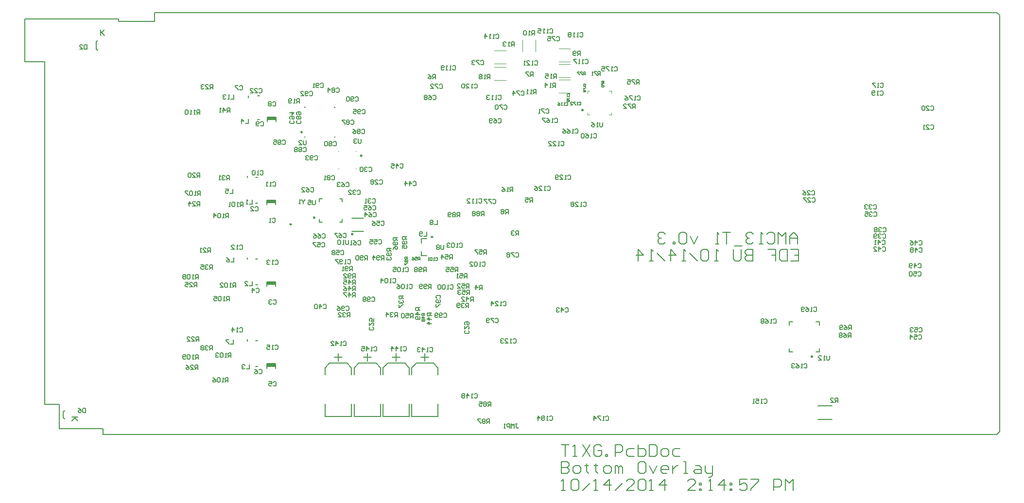
<source format=gbo>
%FSLAX44Y44*%
%MOMM*%
G71*
G01*
G75*
G04 Layer_Color=32896*
%ADD10O,0.9500X0.3500*%
%ADD11O,0.3500X0.9500*%
%ADD12R,3.1500X3.1500*%
%ADD13O,0.2800X0.8500*%
%ADD14O,0.8500X0.2800*%
%ADD15R,1.7000X1.7000*%
%ADD16R,0.4000X0.7500*%
%ADD17R,0.9000X0.2000*%
%ADD18R,2.0500X2.0500*%
%ADD19R,2.0500X2.0500*%
%ADD20R,0.2000X0.9000*%
%ADD21R,0.7500X0.4000*%
%ADD22R,0.5000X1.3000*%
%ADD23R,2.0000X0.5000*%
%ADD24R,0.3500X0.9000*%
%ADD25R,1.2000X2.6000*%
%ADD26R,0.6300X0.6500*%
%ADD27R,0.9200X4.0000*%
%ADD28R,2.6700X4.0000*%
%ADD29R,0.6000X0.6000*%
%ADD30R,0.2500X0.4000*%
%ADD31O,0.6500X0.2500*%
%ADD32O,0.2500X0.6500*%
%ADD33R,0.7000X0.5000*%
%ADD34R,0.6500X0.8000*%
%ADD35R,0.8000X0.8000*%
%ADD36R,2.8500X3.3000*%
%ADD37R,3.1750X4.9530*%
%ADD38R,1.2000X1.5000*%
%ADD39R,0.9500X0.5500*%
%ADD40R,2.7940X0.7366*%
%ADD41C,0.3300*%
%ADD42R,5.2000X1.4000*%
%ADD43R,2.6000X1.1000*%
%ADD44R,1.1000X1.7000*%
%ADD45R,1.1000X1.4000*%
%ADD46R,0.6000X0.5000*%
%ADD47C,0.4500*%
%ADD48R,2.5500X2.7000*%
%ADD49R,0.6000X0.6000*%
%ADD50R,0.5000X0.6000*%
%ADD51R,1.7000X1.1000*%
%ADD52R,0.9000X0.8000*%
%ADD53R,0.8000X0.9000*%
%ADD54R,1.1000X2.6000*%
%ADD55R,1.4000X5.2000*%
%ADD56R,2.7000X2.5500*%
%ADD57R,4.9530X3.1750*%
%ADD58R,3.1500X3.1500*%
%ADD59C,0.2540*%
%ADD60C,0.1270*%
%ADD61C,0.5040*%
%ADD62C,0.5588*%
%ADD63C,0.5080*%
%ADD64C,0.2032*%
%ADD65C,0.3048*%
%ADD66C,0.1651*%
%ADD67C,0.3810*%
%ADD68C,0.1524*%
%ADD69R,0.6000X0.5000*%
%ADD70R,2.5000X0.7000*%
%ADD71R,2.3000X5.0000*%
%ADD72R,11.1000X6.2500*%
%ADD73R,2.8000X0.9000*%
%ADD74R,2.2000X2.1000*%
%ADD75R,1.2000X3.0000*%
%ADD76R,2.2000X1.8000*%
%ADD77R,5.2500X2.0000*%
%ADD78R,2.6000X2.7000*%
%ADD79R,1.6000X3.4000*%
%ADD80R,3.0000X4.3000*%
%ADD81R,1.9500X0.7500*%
%ADD82R,4.4500X1.0500*%
%ADD83R,1.0500X4.5000*%
%ADD84R,6.2000X6.0500*%
%ADD85R,1.1000X3.5000*%
%ADD86R,1.0000X1.4000*%
%ADD87R,1.6000X0.7000*%
%ADD88R,2.6500X1.5500*%
%ADD89R,2.3000X2.0500*%
%ADD90R,6.2000X5.1000*%
%ADD91R,15.8500X3.5500*%
%ADD92R,1.4000X1.3000*%
%ADD93R,1.7500X0.8000*%
%ADD94R,6.0000X4.0000*%
%ADD95R,0.6000X0.6500*%
%ADD96R,7.5500X2.8500*%
%ADD97R,1.6000X2.4500*%
%ADD98R,0.7500X1.9500*%
%ADD99R,2.5500X1.3000*%
%ADD100R,1.8500X1.5000*%
%ADD101R,2.5000X1.0000*%
%ADD102R,4.6000X1.0000*%
%ADD103R,2.4000X0.9500*%
%ADD104R,2.5000X0.7250*%
%ADD105R,1.0000X0.5000*%
%ADD106R,1.4000X0.5000*%
%ADD107R,2.3000X1.5000*%
%ADD108R,0.8500X0.8000*%
%ADD109R,0.8500X0.8000*%
%ADD110R,1.2250X0.5000*%
%ADD111R,4.0000X1.5000*%
%ADD112R,4.0000X2.0000*%
%ADD113R,1.1750X1.6750*%
%ADD114R,3.7500X1.3000*%
%ADD115R,4.3000X3.2000*%
%ADD116R,3.3000X4.1000*%
%ADD117R,4.5000X3.2000*%
%ADD118R,2.3000X1.1000*%
%ADD119R,2.1000X1.0000*%
%ADD120R,2.8000X3.4000*%
%ADD121R,2.0000X0.8000*%
%ADD122R,1.3000X3.9000*%
%ADD123R,1.9000X0.6000*%
%ADD124R,1.0000X2.7000*%
%ADD125R,2.3500X0.7000*%
%ADD126R,2.3500X1.5000*%
%ADD127R,0.8000X2.0500*%
%ADD128R,0.8000X1.9000*%
%ADD129R,1.1000X1.4500*%
%ADD130R,3.7000X2.8500*%
%ADD131R,3.3500X9.0500*%
%ADD132R,4.3500X19.5500*%
%ADD133R,2.9000X11.0000*%
%ADD134R,4.1000X4.4000*%
%ADD135R,3.0000X4.4000*%
%ADD136R,3.0000X1.9500*%
%ADD137R,0.9000X1.1000*%
%ADD138R,0.6500X0.4500*%
%ADD139R,4.8000X1.4000*%
%ADD140R,1.9500X9.7500*%
%ADD141R,1.6000X6.3000*%
%ADD142R,5.2000X3.1000*%
%ADD143R,9.3000X3.0000*%
%ADD144R,5.8000X1.6000*%
%ADD145R,0.9000X1.4000*%
%ADD146R,2.1000X3.3000*%
%ADD147R,10.7000X1.1000*%
%ADD148R,1.0000X1.2000*%
%ADD149R,10.7000X1.6000*%
%ADD150R,2.6000X6.4000*%
%ADD151R,2.0000X3.0000*%
%ADD152R,0.9000X0.9000*%
%ADD153R,4.0000X4.9000*%
%ADD154R,0.8000X3.0000*%
%ADD155R,2.3000X1.7000*%
%ADD156R,3.0000X5.4000*%
%ADD157R,0.8000X0.7000*%
%ADD158R,0.8000X0.4000*%
%ADD159R,0.8000X0.7000*%
%ADD160R,0.7000X0.4000*%
%ADD161R,2.8000X0.7000*%
%ADD162R,1.0000X0.4000*%
%ADD163R,1.6500X0.8000*%
%ADD164R,1.1500X0.5000*%
%ADD165R,1.3500X0.8000*%
%ADD166R,1.1000X0.5000*%
%ADD167R,1.5500X1.5000*%
%ADD168R,1.6000X1.5000*%
%ADD169R,0.9500X1.0500*%
%ADD170R,0.9000X0.5000*%
%ADD171R,1.5000X0.9500*%
%ADD172C,0.1500*%
%ADD173C,0.5000*%
%ADD174R,2.0000X2.0000*%
%ADD175C,0.2000*%
%ADD176C,0.1270*%
%ADD177C,0.9500*%
%ADD178C,0.6000*%
%ADD179C,0.5080*%
%ADD180C,5.0000*%
%ADD181R,4.7000X4.7000*%
%ADD182C,3.3000*%
G04:AMPARAMS|DCode=183|XSize=1mm|YSize=1mm|CornerRadius=0.25mm|HoleSize=0mm|Usage=FLASHONLY|Rotation=0.000|XOffset=0mm|YOffset=0mm|HoleType=Round|Shape=RoundedRectangle|*
%AMROUNDEDRECTD183*
21,1,1.0000,0.5000,0,0,0.0*
21,1,0.5000,1.0000,0,0,0.0*
1,1,0.5000,0.2500,-0.2500*
1,1,0.5000,-0.2500,-0.2500*
1,1,0.5000,-0.2500,0.2500*
1,1,0.5000,0.2500,0.2500*
%
%ADD183ROUNDEDRECTD183*%
%ADD184C,0.6600*%
%ADD185C,0.5588*%
%ADD186C,1.0160*%
%ADD187C,1.3970*%
%ADD188C,0.8890*%
%ADD189C,2.8000*%
%ADD190R,1.6000X0.5000*%
%ADD191R,0.5000X1.6000*%
%ADD192R,2.5000X3.3000*%
%ADD193R,10.0000X6.4000*%
%ADD194R,5.0000X3.3000*%
%ADD195R,1.4000X1.6000*%
%ADD196C,1.4580*%
%ADD197C,1.5580*%
%ADD198C,1.3580*%
%ADD199C,2.0580*%
%ADD200C,1.2080*%
%ADD201C,1.4080*%
%ADD202C,1.3480*%
%ADD203C,1.1680*%
%ADD204C,1.5240*%
%ADD205C,2.3080*%
G04:AMPARAMS|DCode=206|XSize=1.158mm|YSize=1.158mm|CornerRadius=0mm|HoleSize=0mm|Usage=FLASHONLY|Rotation=0.000|XOffset=0mm|YOffset=0mm|HoleType=Round|Shape=Relief|Width=0.254mm|Gap=0.127mm|Entries=4|*
%AMTHD206*
7,0,0,1.1580,0.9040,0.2540,45*
%
%ADD206THD206*%
%ADD207C,1.1580*%
%ADD208C,2.5080*%
%ADD209C,0.7064*%
G04:AMPARAMS|DCode=210|XSize=0.7064mm|YSize=0.7064mm|CornerRadius=0mm|HoleSize=0mm|Usage=FLASHONLY|Rotation=0.000|XOffset=0mm|YOffset=0mm|HoleType=Round|Shape=Relief|Width=0.2032mm|Gap=0.1016mm|Entries=4|*
%AMTHD210*
7,0,0,0.7064,0.5032,0.2032,45*
%
%ADD210THD210*%
G04:AMPARAMS|DCode=211|XSize=0.5588mm|YSize=0.5588mm|CornerRadius=0mm|HoleSize=0mm|Usage=FLASHONLY|Rotation=0.000|XOffset=0mm|YOffset=0mm|HoleType=Round|Shape=Relief|Width=0.2032mm|Gap=0.1016mm|Entries=4|*
%AMTHD211*
7,0,0,0.5588,0.3556,0.2032,45*
%
%ADD211THD211*%
%ADD212C,3.0080*%
%ADD213C,3.1064*%
%ADD214O,11.0064X2.0064*%
%ADD215C,2.9064*%
%ADD216C,0.8128*%
%ADD217C,0.8080*%
%ADD218R,1.6000X0.5000*%
%ADD219R,5.0000X9.7000*%
%ADD220R,5.0000X6.4000*%
%ADD221C,0.8380*%
%ADD222C,0.1778*%
%ADD223R,7.5000X9.7000*%
%ADD224R,2.5000X3.2000*%
%ADD225R,2.5000X9.7000*%
%ADD226R,7.5000X3.2000*%
%ADD227R,5.0000X6.5000*%
%ADD228R,2.5000X3.3000*%
%ADD229R,2.5000X6.4000*%
%ADD230R,10.0000X6.5000*%
%ADD231R,5.0000X3.2000*%
%ADD232R,0.7500X0.3000*%
%ADD233R,2.4500X2.4500*%
%ADD234R,1.1500X0.6000*%
%ADD235O,0.8000X0.2500*%
%ADD236O,0.2500X0.8000*%
%ADD237R,2.5500X2.5500*%
%ADD238R,0.8000X0.3000*%
%ADD239R,0.7000X1.3000*%
%ADD240R,1.0000X1.0000*%
%ADD241R,0.7000X0.7000*%
%ADD242R,1.0000X1.5000*%
%ADD243R,0.7000X0.6000*%
%ADD244R,10.0000X1.0000*%
%ADD245R,116.0000X1.0000*%
%ADD246R,3.5000X3.5000*%
%ADD247R,0.3700X0.5900*%
%ADD248R,0.5900X0.3700*%
%ADD249R,1.2000X1.4000*%
%ADD250R,1.1000X1.0000*%
%ADD251R,0.3000X0.7500*%
%ADD252R,1.4000X1.1000*%
%ADD253R,1.7000X1.7000*%
%ADD254R,3.9500X1.6500*%
%ADD255R,1.7000X1.5500*%
%ADD256R,2.3000X0.7000*%
%ADD257R,1.1000X2.5000*%
%ADD258R,2.6000X0.8000*%
%ADD259R,1.0000X0.8000*%
%ADD260R,6.2000X1.6500*%
%ADD261R,6.9500X4.5000*%
%ADD262R,1.0922X7.6454*%
%ADD263R,2.4000X3.2000*%
%ADD264R,1.4000X1.4000*%
%ADD265R,1.5000X1.7500*%
%ADD266R,18.5500X5.4500*%
%ADD267R,17.5000X4.3500*%
%ADD268R,1.4000X1.2500*%
%ADD269R,1.5000X1.5500*%
%ADD270R,2.3500X1.1500*%
%ADD271R,2.5500X2.2500*%
%ADD272R,3.3500X2.1000*%
%ADD273R,2.0000X1.4500*%
%ADD274R,2.1000X2.1000*%
%ADD275R,2.4500X1.1000*%
%ADD276R,2.4000X1.9500*%
%ADD277R,1.1000X0.6000*%
%ADD278R,0.9398X10.6426*%
%ADD279R,6.3246X1.2192*%
%ADD280R,7.1882X1.6510*%
%ADD281R,1.1000X1.0000*%
%ADD282R,0.6000X2.0000*%
%ADD283R,1.3000X0.8000*%
%ADD284R,1.8500X1.1500*%
%ADD285C,0.2500*%
%ADD286C,0.2000*%
%ADD287C,0.1016*%
%ADD288R,1.3000X1.3000*%
%ADD289R,0.7000X0.7000*%
%ADD290R,0.8200X0.8200*%
%ADD291R,0.8200X0.8200*%
%ADD292R,1.3000X1.3000*%
%ADD293R,1.4000X1.4000*%
%ADD294O,1.0516X0.4516*%
%ADD295O,0.4516X1.0516*%
%ADD296R,3.2516X3.2516*%
%ADD297O,0.3816X0.9516*%
%ADD298O,0.9516X0.3816*%
%ADD299R,1.8016X1.8016*%
%ADD300R,0.5016X0.8516*%
%ADD301R,1.0016X0.3016*%
%ADD302R,2.1516X2.1516*%
%ADD303R,2.1516X2.1516*%
%ADD304R,0.3016X1.0016*%
%ADD305R,0.8516X0.5016*%
%ADD306R,0.6016X1.4016*%
%ADD307R,2.1016X0.6016*%
%ADD308R,0.4516X1.0016*%
%ADD309R,1.3016X2.7016*%
%ADD310R,0.7316X0.7516*%
%ADD311R,1.0216X4.1016*%
%ADD312R,2.7716X4.1016*%
%ADD313R,0.7016X0.7016*%
%ADD314R,0.3516X0.5016*%
%ADD315O,0.7516X0.3516*%
%ADD316O,0.3516X0.7516*%
%ADD317R,0.8016X0.6016*%
%ADD318R,0.7516X0.9016*%
%ADD319R,0.9016X0.9016*%
%ADD320R,2.9516X3.4016*%
%ADD321R,3.2766X5.0546*%
%ADD322R,1.3016X1.6016*%
%ADD323R,1.0516X0.6516*%
%ADD324R,2.8956X0.8382*%
%ADD325C,0.4316*%
%ADD326R,5.3016X1.5016*%
%ADD327R,2.7016X1.2016*%
%ADD328R,1.2016X1.8016*%
%ADD329R,1.2016X1.5016*%
%ADD330R,0.7016X0.6016*%
%ADD331C,0.5516*%
%ADD332R,2.6516X2.8016*%
%ADD333R,0.7016X0.7016*%
%ADD334R,0.6016X0.7016*%
%ADD335R,1.8016X1.2016*%
%ADD336R,1.0016X0.9016*%
%ADD337R,0.9016X1.0016*%
%ADD338R,1.2016X2.7016*%
%ADD339R,1.5016X5.3016*%
%ADD340R,2.8016X2.6516*%
%ADD341R,5.0546X3.2766*%
%ADD342R,3.2516X3.2516*%
%ADD343C,0.6016*%
%ADD344R,2.1016X2.1016*%
%ADD345C,0.3016*%
%ADD346C,0.2286*%
%ADD347C,1.0516*%
%ADD348C,5.1016*%
%ADD349R,4.8016X4.8016*%
%ADD350C,3.4016*%
G04:AMPARAMS|DCode=351|XSize=1.1016mm|YSize=1.1016mm|CornerRadius=0.2754mm|HoleSize=0mm|Usage=FLASHONLY|Rotation=0.000|XOffset=0mm|YOffset=0mm|HoleType=Round|Shape=RoundedRectangle|*
%AMROUNDEDRECTD351*
21,1,1.1016,0.5508,0,0,0.0*
21,1,0.5508,1.1016,0,0,0.0*
1,1,0.5508,0.2754,-0.2754*
1,1,0.5508,-0.2754,-0.2754*
1,1,0.5508,-0.2754,0.2754*
1,1,0.5508,0.2754,0.2754*
%
%ADD351ROUNDEDRECTD351*%
%ADD352C,0.7616*%
%ADD353C,0.6604*%
%ADD354C,0.7016*%
%ADD355C,1.2000*%
%ADD356R,0.8516X0.4016*%
%ADD357R,2.5516X2.5516*%
%ADD358R,1.2516X0.7016*%
%ADD359O,0.9016X0.3516*%
%ADD360O,0.3516X0.9016*%
%ADD361R,2.6516X2.6516*%
%ADD362R,0.9016X0.4016*%
%ADD363R,0.8016X1.4016*%
%ADD364R,1.1016X1.1016*%
%ADD365R,0.8016X0.8016*%
%ADD366R,0.8016X0.7016*%
%ADD367R,10.1016X1.1016*%
%ADD368R,116.1016X1.1016*%
%ADD369R,3.6016X3.6016*%
%ADD370R,0.4716X0.6916*%
%ADD371R,0.6916X0.4716*%
%ADD372R,1.3016X1.5016*%
%ADD373R,1.2016X1.1016*%
%ADD374R,0.4016X0.8516*%
%ADD375R,1.5016X1.2016*%
%ADD376R,1.8016X1.8016*%
%ADD377R,1.0000X1.0000*%
%ADD378R,1.4500X1.4000*%
%ADD379R,1.0000X1.9500*%
%ADD380R,0.5000X1.1000*%
%ADD381R,1.5000X0.5500*%
D59*
X464000Y314000D02*
G03*
X464000Y314000I-1000J0D01*
G01*
D68*
X532000Y72000D02*
X560000D01*
X569000Y-21000D02*
Y1000D01*
X523000Y-21000D02*
X569000D01*
X523000D02*
Y1000D01*
X560000Y72000D02*
X561000D01*
X569000Y64000D01*
Y52000D02*
Y64000D01*
X531000Y72000D02*
X532000D01*
X523000Y64000D02*
X531000Y72000D01*
X523000Y52000D02*
Y64000D01*
X683000Y72000D02*
X711000D01*
X720000Y-21000D02*
Y1000D01*
X674000Y-21000D02*
X720000D01*
X674000D02*
Y1000D01*
X711000Y72000D02*
X712000D01*
X720000Y64000D01*
Y52000D02*
Y64000D01*
X682000Y72000D02*
X683000D01*
X674000Y64000D02*
X682000Y72000D01*
X674000Y52000D02*
Y64000D01*
X633000Y72000D02*
X661000D01*
X670000Y-21000D02*
Y1000D01*
X624000Y-21000D02*
X670000D01*
X624000D02*
Y1000D01*
X661000Y72000D02*
X662000D01*
X670000Y64000D01*
Y52000D02*
Y64000D01*
X632000Y72000D02*
X633000D01*
X624000Y64000D02*
X632000Y72000D01*
X624000Y52000D02*
Y64000D01*
X583000Y72000D02*
X611000D01*
X620000Y-21000D02*
Y1000D01*
X574000Y-21000D02*
X620000D01*
X574000D02*
Y1000D01*
X611000Y72000D02*
X612000D01*
X620000Y64000D01*
Y52000D02*
Y64000D01*
X582000Y72000D02*
X583000D01*
X574000Y64000D02*
X582000Y72000D01*
X574000Y52000D02*
Y64000D01*
X852500Y624000D02*
Y631618D01*
X848691D01*
X847422Y630348D01*
Y627809D01*
X848691Y626539D01*
X852500D01*
X849961D02*
X847422Y624000D01*
X844883D02*
X842343D01*
X843613D01*
Y631618D01*
X844883Y630348D01*
X838534D02*
X837265Y631618D01*
X834726D01*
X833456Y630348D01*
Y629078D01*
X834726Y627809D01*
X835995D01*
X834726D01*
X833456Y626539D01*
Y625270D01*
X834726Y624000D01*
X837265D01*
X838534Y625270D01*
X1006500Y491618D02*
Y485270D01*
X1005230Y484000D01*
X1002691D01*
X1001422Y485270D01*
Y491618D01*
X998883Y484000D02*
X996343D01*
X997613D01*
Y491618D01*
X998883Y490348D01*
X987456Y491618D02*
X989995Y490348D01*
X992534Y487809D01*
Y485270D01*
X991265Y484000D01*
X988726D01*
X987456Y485270D01*
Y486539D01*
X988726Y487809D01*
X992534D01*
X730000Y277618D02*
Y271270D01*
X728730Y270000D01*
X726191D01*
X724922Y271270D01*
Y277618D01*
X722383Y276348D02*
X721113Y277618D01*
X718574D01*
X717304Y276348D01*
Y275078D01*
X718574Y273809D01*
X717304Y272539D01*
Y271270D01*
X718574Y270000D01*
X721113D01*
X722383Y271270D01*
Y272539D01*
X721113Y273809D01*
X722383Y275078D01*
Y276348D01*
X721113Y273809D02*
X718574D01*
X304500Y505500D02*
Y513117D01*
X300691D01*
X299422Y511848D01*
Y509309D01*
X300691Y508039D01*
X304500D01*
X301961D02*
X299422Y505500D01*
X296882D02*
X294343D01*
X295613D01*
Y513117D01*
X296882Y511848D01*
X290534Y505500D02*
X287995D01*
X289265D01*
Y513117D01*
X290534Y511848D01*
X284187D02*
X282917Y513117D01*
X280378D01*
X279108Y511848D01*
Y506770D01*
X280378Y505500D01*
X282917D01*
X284187Y506770D01*
Y511848D01*
X506000Y355617D02*
Y349270D01*
X504730Y348000D01*
X502191D01*
X500922Y349270D01*
Y355617D01*
X493304D02*
X498382D01*
Y351809D01*
X495843Y353078D01*
X494574D01*
X493304Y351809D01*
Y349270D01*
X494574Y348000D01*
X497113D01*
X498382Y349270D01*
X564000Y286618D02*
Y280270D01*
X562730Y279000D01*
X560191D01*
X558922Y280270D01*
Y286618D01*
X556382Y279000D02*
X553843D01*
X555113D01*
Y286618D01*
X556382Y285348D01*
X550034D02*
X548765Y286618D01*
X546226D01*
X544956Y285348D01*
Y280270D01*
X546226Y279000D01*
X548765D01*
X550034Y280270D01*
Y285348D01*
X108000Y626618D02*
Y619000D01*
X104191D01*
X102922Y620270D01*
Y625348D01*
X104191Y626618D01*
X108000D01*
X95304Y619000D02*
X100382D01*
X95304Y624078D01*
Y625348D01*
X96574Y626618D01*
X99113D01*
X100382Y625348D01*
X132000Y643003D02*
Y653000D01*
Y649668D01*
X138665Y643003D01*
X133666Y648002D01*
X138665Y653000D01*
X106000Y-6382D02*
Y-14000D01*
X102191D01*
X100922Y-12730D01*
Y-7652D01*
X102191Y-6382D01*
X106000D01*
X93304D02*
X95843Y-7652D01*
X98383Y-10191D01*
Y-12730D01*
X97113Y-14000D01*
X94574D01*
X93304Y-12730D01*
Y-11461D01*
X94574Y-10191D01*
X98383D01*
X82003Y-21800D02*
X92000D01*
X88668D01*
X82003Y-28465D01*
X87002Y-23466D01*
X92000Y-28465D01*
X854922Y-33382D02*
X857461D01*
X856191D01*
Y-39730D01*
X857461Y-41000D01*
X858730D01*
X860000Y-39730D01*
X852383Y-41000D02*
Y-33382D01*
X849843Y-35922D01*
X847304Y-33382D01*
Y-41000D01*
X844765D02*
Y-33382D01*
X840956D01*
X839687Y-34652D01*
Y-37191D01*
X840956Y-38461D01*
X844765D01*
X837147Y-41000D02*
X834608D01*
X835878D01*
Y-33382D01*
X837147Y-34652D01*
X700500Y301117D02*
Y293500D01*
X695422D01*
X692883Y294770D02*
X691613Y293500D01*
X689074D01*
X687804Y294770D01*
Y299848D01*
X689074Y301117D01*
X691613D01*
X692883Y299848D01*
Y298578D01*
X691613Y297309D01*
X687804D01*
X490500Y460117D02*
Y453770D01*
X489230Y452500D01*
X486691D01*
X485422Y453770D01*
Y460117D01*
X477804Y452500D02*
X482882D01*
X477804Y457578D01*
Y458848D01*
X479074Y460117D01*
X481613D01*
X482882Y458848D01*
X606541Y134649D02*
X607811Y133380D01*
Y130841D01*
X606541Y129571D01*
X601463D01*
X600193Y130841D01*
Y133380D01*
X601463Y134649D01*
X600193Y142267D02*
Y137189D01*
X605271Y142267D01*
X606541D01*
X607811Y140997D01*
Y138458D01*
X606541Y137189D01*
X607811Y149884D02*
Y144806D01*
X604002D01*
X605271Y147345D01*
Y148615D01*
X604002Y149884D01*
X601463D01*
X600193Y148615D01*
Y146076D01*
X601463Y144806D01*
X488000Y357118D02*
Y355848D01*
X485461Y353309D01*
X482922Y355848D01*
Y357118D01*
X485461Y353309D02*
Y349500D01*
X480382D02*
X477843D01*
X479113D01*
Y357118D01*
X480382Y355848D01*
X364000Y539618D02*
Y532000D01*
X358922D01*
X356382D02*
X353843D01*
X355113D01*
Y539618D01*
X356382Y538348D01*
X350034D02*
X348765Y539618D01*
X346226D01*
X344956Y538348D01*
Y537078D01*
X346226Y535809D01*
X347495D01*
X346226D01*
X344956Y534539D01*
Y533270D01*
X346226Y532000D01*
X348765D01*
X350034Y533270D01*
X1357422Y69848D02*
X1358691Y71118D01*
X1361230D01*
X1362500Y69848D01*
Y64770D01*
X1361230Y63500D01*
X1358691D01*
X1357422Y64770D01*
X1354883Y63500D02*
X1352343D01*
X1353613D01*
Y71118D01*
X1354883Y69848D01*
X1343456Y71118D02*
X1345995Y69848D01*
X1348535Y67309D01*
Y64770D01*
X1347265Y63500D01*
X1344726D01*
X1343456Y64770D01*
Y66039D01*
X1344726Y67309D01*
X1348535D01*
X1340917Y69848D02*
X1339647Y71118D01*
X1337108D01*
X1335839Y69848D01*
Y68578D01*
X1337108Y67309D01*
X1338378D01*
X1337108D01*
X1335839Y66039D01*
Y64770D01*
X1337108Y63500D01*
X1339647D01*
X1340917Y64770D01*
X933922Y457348D02*
X935191Y458618D01*
X937730D01*
X939000Y457348D01*
Y452270D01*
X937730Y451000D01*
X935191D01*
X933922Y452270D01*
X931383Y451000D02*
X928843D01*
X930113D01*
Y458618D01*
X931383Y457348D01*
X919956Y451000D02*
X925034D01*
X919956Y456078D01*
Y457348D01*
X921226Y458618D01*
X923765D01*
X925034Y457348D01*
X912339Y451000D02*
X917417D01*
X912339Y456078D01*
Y457348D01*
X913608Y458618D01*
X916147D01*
X917417Y457348D01*
X888422Y597848D02*
X889691Y599118D01*
X892230D01*
X893500Y597848D01*
Y592770D01*
X892230Y591500D01*
X889691D01*
X888422Y592770D01*
X885882Y591500D02*
X883343D01*
X884613D01*
Y599118D01*
X885882Y597848D01*
X874456Y591500D02*
X879535D01*
X874456Y596578D01*
Y597848D01*
X875726Y599118D01*
X878265D01*
X879535Y597848D01*
X871917Y591500D02*
X869378D01*
X870647D01*
Y599118D01*
X871917Y597848D01*
X782922Y557348D02*
X784191Y558618D01*
X786730D01*
X788000Y557348D01*
Y552270D01*
X786730Y551000D01*
X784191D01*
X782922Y552270D01*
X780383Y551000D02*
X777843D01*
X779113D01*
Y558618D01*
X780383Y557348D01*
X768956Y551000D02*
X774035D01*
X768956Y556078D01*
Y557348D01*
X770226Y558618D01*
X772765D01*
X774035Y557348D01*
X766417D02*
X765147Y558618D01*
X762608D01*
X761339Y557348D01*
Y552270D01*
X762608Y551000D01*
X765147D01*
X766417Y552270D01*
Y557348D01*
X745422Y589348D02*
X746691Y590617D01*
X749230D01*
X750500Y589348D01*
Y584270D01*
X749230Y583000D01*
X746691D01*
X745422Y584270D01*
X742883Y583000D02*
X740343D01*
X741613D01*
Y590617D01*
X742883Y589348D01*
X736535Y583000D02*
X733995D01*
X735265D01*
Y590617D01*
X736535Y589348D01*
X730187Y584270D02*
X728917Y583000D01*
X726378D01*
X725108Y584270D01*
Y589348D01*
X726378Y590617D01*
X728917D01*
X730187Y589348D01*
Y588078D01*
X728917Y586809D01*
X725108D01*
X966922Y646848D02*
X968191Y648118D01*
X970730D01*
X972000Y646848D01*
Y641770D01*
X970730Y640500D01*
X968191D01*
X966922Y641770D01*
X964382Y640500D02*
X961843D01*
X963113D01*
Y648118D01*
X964382Y646848D01*
X958035Y640500D02*
X955495D01*
X956765D01*
Y648118D01*
X958035Y646848D01*
X951687D02*
X950417Y648118D01*
X947878D01*
X946608Y646848D01*
Y645578D01*
X947878Y644309D01*
X946608Y643039D01*
Y641770D01*
X947878Y640500D01*
X950417D01*
X951687Y641770D01*
Y643039D01*
X950417Y644309D01*
X951687Y645578D01*
Y646848D01*
X950417Y644309D02*
X947878D01*
X975922Y600348D02*
X977191Y601618D01*
X979730D01*
X981000Y600348D01*
Y595270D01*
X979730Y594000D01*
X977191D01*
X975922Y595270D01*
X973382Y594000D02*
X970843D01*
X972113D01*
Y601618D01*
X973382Y600348D01*
X967035Y594000D02*
X964495D01*
X965765D01*
Y601618D01*
X967035Y600348D01*
X960687Y601618D02*
X955608D01*
Y600348D01*
X960687Y595270D01*
Y594000D01*
X942373Y525208D02*
X943219Y526054D01*
X944912D01*
X945758Y525208D01*
Y521822D01*
X944912Y520976D01*
X943219D01*
X942373Y521822D01*
X940680Y520976D02*
X938987D01*
X939833D01*
Y526054D01*
X940680Y525208D01*
X936448Y520976D02*
X934755D01*
X935602D01*
Y526054D01*
X936448Y525208D01*
X928830Y526054D02*
X930523Y525208D01*
X932216Y523515D01*
Y521822D01*
X931369Y520976D01*
X929677D01*
X928830Y521822D01*
Y522669D01*
X929677Y523515D01*
X932216D01*
X914422Y653348D02*
X915691Y654617D01*
X918230D01*
X919500Y653348D01*
Y648270D01*
X918230Y647000D01*
X915691D01*
X914422Y648270D01*
X911882Y647000D02*
X909343D01*
X910613D01*
Y654617D01*
X911882Y653348D01*
X905535Y647000D02*
X902995D01*
X904265D01*
Y654617D01*
X905535Y653348D01*
X894108Y654617D02*
X899187D01*
Y650809D01*
X896647Y652078D01*
X895378D01*
X894108Y650809D01*
Y648270D01*
X895378Y647000D01*
X897917D01*
X899187Y648270D01*
X820422Y643848D02*
X821691Y645117D01*
X824230D01*
X825500Y643848D01*
Y638770D01*
X824230Y637500D01*
X821691D01*
X820422Y638770D01*
X817883Y637500D02*
X815343D01*
X816613D01*
Y645117D01*
X817883Y643848D01*
X811535Y637500D02*
X808995D01*
X810265D01*
Y645117D01*
X811535Y643848D01*
X801378Y637500D02*
Y645117D01*
X805187Y641309D01*
X800108D01*
X824922Y537848D02*
X826191Y539118D01*
X828730D01*
X830000Y537848D01*
Y532770D01*
X828730Y531500D01*
X826191D01*
X824922Y532770D01*
X822383Y531500D02*
X819843D01*
X821113D01*
Y539118D01*
X822383Y537848D01*
X816034Y531500D02*
X813495D01*
X814765D01*
Y539118D01*
X816034Y537848D01*
X809687D02*
X808417Y539118D01*
X805878D01*
X804608Y537848D01*
Y536578D01*
X805878Y535309D01*
X807147D01*
X805878D01*
X804608Y534039D01*
Y532770D01*
X805878Y531500D01*
X808417D01*
X809687Y532770D01*
X790922Y357348D02*
X792191Y358618D01*
X794730D01*
X796000Y357348D01*
Y352270D01*
X794730Y351000D01*
X792191D01*
X790922Y352270D01*
X788382Y351000D02*
X785843D01*
X787113D01*
Y358618D01*
X788382Y357348D01*
X782035Y351000D02*
X779495D01*
X780765D01*
Y358618D01*
X782035Y357348D01*
X770608Y351000D02*
X775687D01*
X770608Y356078D01*
Y357348D01*
X771878Y358618D01*
X774417D01*
X775687Y357348D01*
X708000Y202000D02*
Y209618D01*
X704191D01*
X702922Y208348D01*
Y205809D01*
X704191Y204539D01*
X708000D01*
X705461D02*
X702922Y202000D01*
X700383Y203270D02*
X699113Y202000D01*
X696574D01*
X695304Y203270D01*
Y208348D01*
X696574Y209618D01*
X699113D01*
X700383Y208348D01*
Y207078D01*
X699113Y205809D01*
X695304D01*
X692765Y203270D02*
X691495Y202000D01*
X688956D01*
X687687Y203270D01*
Y208348D01*
X688956Y209618D01*
X691495D01*
X692765Y208348D01*
Y207078D01*
X691495Y205809D01*
X687687D01*
X699000Y231000D02*
Y238617D01*
X695191D01*
X693922Y237348D01*
Y234809D01*
X695191Y233539D01*
X699000D01*
X696461D02*
X693922Y231000D01*
X691383Y232270D02*
X690113Y231000D01*
X687574D01*
X686304Y232270D01*
Y237348D01*
X687574Y238617D01*
X690113D01*
X691383Y237348D01*
Y236078D01*
X690113Y234809D01*
X686304D01*
X683765Y237348D02*
X682495Y238617D01*
X679956D01*
X678687Y237348D01*
Y236078D01*
X679956Y234809D01*
X678687Y233539D01*
Y232270D01*
X679956Y231000D01*
X682495D01*
X683765Y232270D01*
Y233539D01*
X682495Y234809D01*
X683765Y236078D01*
Y237348D01*
X682495Y234809D02*
X679956D01*
X667000Y257000D02*
X661922D01*
Y254461D01*
X662768Y253614D01*
X664461D01*
X665307Y254461D01*
Y257000D01*
Y255307D02*
X667000Y253614D01*
X666154Y251922D02*
X667000Y251075D01*
Y249382D01*
X666154Y248536D01*
X662768D01*
X661922Y249382D01*
Y251075D01*
X662768Y251922D01*
X663614D01*
X664461Y251075D01*
Y248536D01*
X661922Y246843D02*
Y243458D01*
X662768D01*
X666154Y246843D01*
X667000D01*
X649000Y291000D02*
X641383D01*
Y287191D01*
X642652Y285922D01*
X645191D01*
X646461Y287191D01*
Y291000D01*
Y288461D02*
X649000Y285922D01*
X647730Y283382D02*
X649000Y282113D01*
Y279574D01*
X647730Y278304D01*
X642652D01*
X641383Y279574D01*
Y282113D01*
X642652Y283382D01*
X643922D01*
X645191Y282113D01*
Y278304D01*
X641383Y270687D02*
X642652Y273226D01*
X645191Y275765D01*
X647730D01*
X649000Y274495D01*
Y271956D01*
X647730Y270687D01*
X646461D01*
X645191Y271956D01*
Y275765D01*
X665000Y292000D02*
X657383D01*
Y288191D01*
X658652Y286922D01*
X661191D01*
X662461Y288191D01*
Y292000D01*
Y289461D02*
X665000Y286922D01*
X663730Y284382D02*
X665000Y283113D01*
Y280574D01*
X663730Y279304D01*
X658652D01*
X657383Y280574D01*
Y283113D01*
X658652Y284382D01*
X659922D01*
X661191Y283113D01*
Y279304D01*
X657383Y271687D02*
Y276765D01*
X661191D01*
X659922Y274226D01*
Y272956D01*
X661191Y271687D01*
X663730D01*
X665000Y272956D01*
Y275495D01*
X663730Y276765D01*
X626000Y252000D02*
Y259618D01*
X622191D01*
X620922Y258348D01*
Y255809D01*
X622191Y254539D01*
X626000D01*
X623461D02*
X620922Y252000D01*
X618382Y253270D02*
X617113Y252000D01*
X614574D01*
X613304Y253270D01*
Y258348D01*
X614574Y259618D01*
X617113D01*
X618382Y258348D01*
Y257078D01*
X617113Y255809D01*
X613304D01*
X606956Y252000D02*
Y259618D01*
X610765Y255809D01*
X605687D01*
X638000Y272000D02*
X630382D01*
Y268191D01*
X631652Y266922D01*
X634191D01*
X635461Y268191D01*
Y272000D01*
Y269461D02*
X638000Y266922D01*
X636730Y264382D02*
X638000Y263113D01*
Y260574D01*
X636730Y259304D01*
X631652D01*
X630382Y260574D01*
Y263113D01*
X631652Y264382D01*
X632922D01*
X634191Y263113D01*
Y259304D01*
X631652Y256765D02*
X630382Y255495D01*
Y252956D01*
X631652Y251687D01*
X632922D01*
X634191Y252956D01*
Y254226D01*
Y252956D01*
X635461Y251687D01*
X636730D01*
X638000Y252956D01*
Y255495D01*
X636730Y256765D01*
X576000Y220000D02*
Y227617D01*
X572191D01*
X570922Y226348D01*
Y223809D01*
X572191Y222539D01*
X576000D01*
X573461D02*
X570922Y220000D01*
X568382Y221270D02*
X567113Y220000D01*
X564574D01*
X563304Y221270D01*
Y226348D01*
X564574Y227617D01*
X567113D01*
X568382Y226348D01*
Y225078D01*
X567113Y223809D01*
X563304D01*
X555687Y220000D02*
X560765D01*
X555687Y225078D01*
Y226348D01*
X556956Y227617D01*
X559495D01*
X560765Y226348D01*
X571000Y233000D02*
Y240618D01*
X567191D01*
X565922Y239348D01*
Y236809D01*
X567191Y235539D01*
X571000D01*
X568461D02*
X565922Y233000D01*
X563382Y234270D02*
X562113Y233000D01*
X559574D01*
X558304Y234270D01*
Y239348D01*
X559574Y240618D01*
X562113D01*
X563382Y239348D01*
Y238078D01*
X562113Y236809D01*
X558304D01*
X555765Y233000D02*
X553226D01*
X554495D01*
Y240618D01*
X555765Y239348D01*
X597000Y252000D02*
Y259618D01*
X593191D01*
X591922Y258348D01*
Y255809D01*
X593191Y254539D01*
X597000D01*
X594461D02*
X591922Y252000D01*
X589383Y253270D02*
X588113Y252000D01*
X585574D01*
X584304Y253270D01*
Y258348D01*
X585574Y259618D01*
X588113D01*
X589383Y258348D01*
Y257078D01*
X588113Y255809D01*
X584304D01*
X581765Y258348D02*
X580495Y259618D01*
X577956D01*
X576687Y258348D01*
Y253270D01*
X577956Y252000D01*
X580495D01*
X581765Y253270D01*
Y258348D01*
X562422Y251348D02*
X563691Y252617D01*
X566230D01*
X567500Y251348D01*
Y246270D01*
X566230Y245000D01*
X563691D01*
X562422Y246270D01*
X559883Y245000D02*
X557343D01*
X558613D01*
Y252617D01*
X559883Y251348D01*
X553535Y246270D02*
X552265Y245000D01*
X549726D01*
X548456Y246270D01*
Y251348D01*
X549726Y252617D01*
X552265D01*
X553535Y251348D01*
Y250078D01*
X552265Y248809D01*
X548456D01*
X545917Y252617D02*
X540839D01*
Y251348D01*
X545917Y246270D01*
Y245000D01*
X323000Y265000D02*
Y272617D01*
X319191D01*
X317922Y271348D01*
Y268809D01*
X319191Y267539D01*
X323000D01*
X320461D02*
X317922Y265000D01*
X310304D02*
X315382D01*
X310304Y270078D01*
Y271348D01*
X311574Y272617D01*
X314113D01*
X315382Y271348D01*
X307765Y265000D02*
X305226D01*
X306495D01*
Y272617D01*
X307765Y271348D01*
X924500Y552500D02*
Y560117D01*
X920691D01*
X919422Y558848D01*
Y556309D01*
X920691Y555039D01*
X924500D01*
X921961D02*
X919422Y552500D01*
X916882D02*
X914343D01*
X915613D01*
Y560117D01*
X916882Y558848D01*
X906726Y552500D02*
Y560117D01*
X910535Y556309D01*
X905456D01*
X1002500Y573500D02*
Y579848D01*
X999326D01*
X998268Y578790D01*
Y576674D01*
X999326Y575616D01*
X1002500D01*
X1000384D02*
X998268Y573500D01*
X996152Y579848D02*
X991920D01*
Y578790D01*
X996152Y574558D01*
Y573500D01*
X989804D02*
X987688D01*
X988746D01*
Y579848D01*
X989804Y578790D01*
X1009000Y563500D02*
X1005191D01*
Y561596D01*
X1005826Y560961D01*
X1007096D01*
X1007730Y561596D01*
Y563500D01*
Y562230D02*
X1009000Y560961D01*
X1005191Y559691D02*
Y557152D01*
X1005826D01*
X1008365Y559691D01*
X1009000D01*
X1005826Y555882D02*
X1005191Y555248D01*
Y553978D01*
X1005826Y553343D01*
X1008365D01*
X1009000Y553978D01*
Y555248D01*
X1008365Y555882D01*
X1005826D01*
X1416000Y4000D02*
Y11617D01*
X1412191D01*
X1410922Y10348D01*
Y7809D01*
X1412191Y6539D01*
X1416000D01*
X1413461D02*
X1410922Y4000D01*
X1403304D02*
X1408383D01*
X1403304Y9078D01*
Y10348D01*
X1404574Y11617D01*
X1407113D01*
X1408383Y10348D01*
X891000Y541000D02*
Y548618D01*
X887191D01*
X885922Y547348D01*
Y544809D01*
X887191Y543539D01*
X891000D01*
X888461D02*
X885922Y541000D01*
X883382D02*
X880843D01*
X882113D01*
Y548618D01*
X883382Y547348D01*
X877035Y541000D02*
X874495D01*
X875765D01*
Y548618D01*
X877035Y547348D01*
X715500Y567500D02*
Y575117D01*
X711691D01*
X710422Y573848D01*
Y571309D01*
X711691Y570039D01*
X715500D01*
X712961D02*
X710422Y567500D01*
X702804Y575117D02*
X705343Y573848D01*
X707883Y571309D01*
Y568770D01*
X706613Y567500D01*
X704074D01*
X702804Y568770D01*
Y570039D01*
X704074Y571309D01*
X707883D01*
X888000Y643500D02*
Y651117D01*
X884191D01*
X882922Y649848D01*
Y647309D01*
X884191Y646039D01*
X888000D01*
X885461D02*
X882922Y643500D01*
X880383D02*
X877843D01*
X879113D01*
Y651117D01*
X880383Y649848D01*
X874035D02*
X872765Y651117D01*
X870226D01*
X868956Y649848D01*
Y644770D01*
X870226Y643500D01*
X872765D01*
X874035Y644770D01*
Y649848D01*
X968000Y608000D02*
Y615617D01*
X964191D01*
X962922Y614348D01*
Y611809D01*
X964191Y610539D01*
X968000D01*
X965461D02*
X962922Y608000D01*
X960383Y609270D02*
X959113Y608000D01*
X956574D01*
X955304Y609270D01*
Y614348D01*
X956574Y615617D01*
X959113D01*
X960383Y614348D01*
Y613078D01*
X959113Y611809D01*
X955304D01*
X842000Y332500D02*
Y340117D01*
X838191D01*
X836922Y338848D01*
Y336309D01*
X838191Y335039D01*
X842000D01*
X839461D02*
X836922Y332500D01*
X834382Y338848D02*
X833113Y340117D01*
X830574D01*
X829304Y338848D01*
Y337578D01*
X830574Y336309D01*
X829304Y335039D01*
Y333770D01*
X830574Y332500D01*
X833113D01*
X834382Y333770D01*
Y335039D01*
X833113Y336309D01*
X834382Y337578D01*
Y338848D01*
X833113Y336309D02*
X830574D01*
X884500Y352500D02*
Y360117D01*
X880691D01*
X879422Y358848D01*
Y356309D01*
X880691Y355039D01*
X884500D01*
X881961D02*
X879422Y352500D01*
X871804Y360117D02*
X876882D01*
Y356309D01*
X874343Y357578D01*
X873074D01*
X871804Y356309D01*
Y353770D01*
X873074Y352500D01*
X875613D01*
X876882Y353770D01*
X797000Y200000D02*
Y207617D01*
X793191D01*
X791922Y206348D01*
Y203809D01*
X793191Y202539D01*
X797000D01*
X794461D02*
X791922Y200000D01*
X785574D02*
Y207617D01*
X789382Y203809D01*
X784304D01*
X860500Y295000D02*
Y302617D01*
X856691D01*
X855422Y301348D01*
Y298809D01*
X856691Y297539D01*
X860500D01*
X857961D02*
X855422Y295000D01*
X852883Y301348D02*
X851613Y302617D01*
X849074D01*
X847804Y301348D01*
Y300078D01*
X849074Y298809D01*
X850343D01*
X849074D01*
X847804Y297539D01*
Y296270D01*
X849074Y295000D01*
X851613D01*
X852883Y296270D01*
X363000Y112618D02*
Y105000D01*
X357922D01*
X355382Y112618D02*
X350304D01*
Y111348D01*
X355382Y106270D01*
Y105000D01*
X364000Y255618D02*
Y248000D01*
X358922D01*
X351304Y255618D02*
X353843Y254348D01*
X356382Y251809D01*
Y249270D01*
X355113Y248000D01*
X352574D01*
X351304Y249270D01*
Y250539D01*
X352574Y251809D01*
X356382D01*
X362000Y375617D02*
Y368000D01*
X356922D01*
X349304Y375617D02*
X354383D01*
Y371809D01*
X351843Y373078D01*
X350574D01*
X349304Y371809D01*
Y369270D01*
X350574Y368000D01*
X353113D01*
X354383Y369270D01*
X389000Y497617D02*
Y490000D01*
X383922D01*
X377574D02*
Y497617D01*
X381382Y493809D01*
X376304D01*
X391000Y69618D02*
Y62000D01*
X385922D01*
X383382Y68348D02*
X382113Y69618D01*
X379574D01*
X378304Y68348D01*
Y67078D01*
X379574Y65809D01*
X380843D01*
X379574D01*
X378304Y64539D01*
Y63270D01*
X379574Y62000D01*
X382113D01*
X383382Y63270D01*
X396000Y214618D02*
Y207000D01*
X390922D01*
X383304D02*
X388382D01*
X383304Y212078D01*
Y213348D01*
X384574Y214618D01*
X387113D01*
X388382Y213348D01*
X396000Y356618D02*
Y349000D01*
X390922D01*
X388382D02*
X385843D01*
X387113D01*
Y356618D01*
X388382Y355348D01*
X435922Y102348D02*
X437191Y103617D01*
X439730D01*
X441000Y102348D01*
Y97270D01*
X439730Y96000D01*
X437191D01*
X435922Y97270D01*
X433382Y96000D02*
X430843D01*
X432113D01*
Y103617D01*
X433382Y102348D01*
X421956Y103617D02*
X427034D01*
Y99809D01*
X424495Y101078D01*
X423226D01*
X421956Y99809D01*
Y97270D01*
X423226Y96000D01*
X425765D01*
X427034Y97270D01*
X373922Y132348D02*
X375191Y133617D01*
X377730D01*
X379000Y132348D01*
Y127270D01*
X377730Y126000D01*
X375191D01*
X373922Y127270D01*
X371382Y126000D02*
X368843D01*
X370113D01*
Y133617D01*
X371382Y132348D01*
X361226Y126000D02*
Y133617D01*
X365034Y129809D01*
X359956D01*
X435922Y250348D02*
X437191Y251618D01*
X439730D01*
X441000Y250348D01*
Y245270D01*
X439730Y244000D01*
X437191D01*
X435922Y245270D01*
X433382Y244000D02*
X430843D01*
X432113D01*
Y251618D01*
X433382Y250348D01*
X427034D02*
X425765Y251618D01*
X423226D01*
X421956Y250348D01*
Y249078D01*
X423226Y247809D01*
X424495D01*
X423226D01*
X421956Y246539D01*
Y245270D01*
X423226Y244000D01*
X425765D01*
X427034Y245270D01*
X373922Y276348D02*
X375191Y277617D01*
X377730D01*
X379000Y276348D01*
Y271270D01*
X377730Y270000D01*
X375191D01*
X373922Y271270D01*
X371382Y270000D02*
X368843D01*
X370113D01*
Y277617D01*
X371382Y276348D01*
X359956Y270000D02*
X365034D01*
X359956Y275078D01*
Y276348D01*
X361226Y277617D01*
X363765D01*
X365034Y276348D01*
X431922Y386348D02*
X433191Y387617D01*
X435730D01*
X437000Y386348D01*
Y381270D01*
X435730Y380000D01*
X433191D01*
X431922Y381270D01*
X429383Y380000D02*
X426843D01*
X428113D01*
Y387617D01*
X429383Y386348D01*
X423035Y380000D02*
X420495D01*
X421765D01*
Y387617D01*
X423035Y386348D01*
X409922Y406348D02*
X411191Y407617D01*
X413730D01*
X415000Y406348D01*
Y401270D01*
X413730Y400000D01*
X411191D01*
X409922Y401270D01*
X407383Y400000D02*
X404843D01*
X406113D01*
Y407617D01*
X407383Y406348D01*
X401035D02*
X399765Y407617D01*
X397226D01*
X395956Y406348D01*
Y401270D01*
X397226Y400000D01*
X399765D01*
X401035Y401270D01*
Y406348D01*
X410922Y491348D02*
X412191Y492617D01*
X414730D01*
X416000Y491348D01*
Y486270D01*
X414730Y485000D01*
X412191D01*
X410922Y486270D01*
X408382D02*
X407113Y485000D01*
X404574D01*
X403304Y486270D01*
Y491348D01*
X404574Y492617D01*
X407113D01*
X408382Y491348D01*
Y490078D01*
X407113Y488809D01*
X403304D01*
X431922Y526348D02*
X433191Y527617D01*
X435730D01*
X437000Y526348D01*
Y521270D01*
X435730Y520000D01*
X433191D01*
X431922Y521270D01*
X429383Y526348D02*
X428113Y527617D01*
X425574D01*
X424304Y526348D01*
Y525078D01*
X425574Y523809D01*
X424304Y522539D01*
Y521270D01*
X425574Y520000D01*
X428113D01*
X429383Y521270D01*
Y522539D01*
X428113Y523809D01*
X429383Y525078D01*
Y526348D01*
X428113Y523809D02*
X425574D01*
X373922Y554348D02*
X375191Y555617D01*
X377730D01*
X379000Y554348D01*
Y549270D01*
X377730Y548000D01*
X375191D01*
X373922Y549270D01*
X371382Y555617D02*
X366304D01*
Y554348D01*
X371382Y549270D01*
Y548000D01*
X407922Y60348D02*
X409191Y61617D01*
X411730D01*
X413000Y60348D01*
Y55270D01*
X411730Y54000D01*
X409191D01*
X407922Y55270D01*
X400304Y61617D02*
X402843Y60348D01*
X405382Y57809D01*
Y55270D01*
X404113Y54000D01*
X401574D01*
X400304Y55270D01*
Y56539D01*
X401574Y57809D01*
X405382D01*
X432922Y38348D02*
X434191Y39618D01*
X436730D01*
X438000Y38348D01*
Y33270D01*
X436730Y32000D01*
X434191D01*
X432922Y33270D01*
X425304Y39618D02*
X430382D01*
Y35809D01*
X427843Y37078D01*
X426574D01*
X425304Y35809D01*
Y33270D01*
X426574Y32000D01*
X429113D01*
X430382Y33270D01*
X402922Y201348D02*
X404191Y202617D01*
X406730D01*
X408000Y201348D01*
Y196270D01*
X406730Y195000D01*
X404191D01*
X402922Y196270D01*
X396574Y195000D02*
Y202617D01*
X400382Y198809D01*
X395304D01*
X432922Y181348D02*
X434191Y182617D01*
X436730D01*
X438000Y181348D01*
Y176270D01*
X436730Y175000D01*
X434191D01*
X432922Y176270D01*
X430382Y181348D02*
X429113Y182617D01*
X426574D01*
X425304Y181348D01*
Y180078D01*
X426574Y178809D01*
X427843D01*
X426574D01*
X425304Y177539D01*
Y176270D01*
X426574Y175000D01*
X429113D01*
X430382Y176270D01*
X400922Y343348D02*
X402191Y344618D01*
X404730D01*
X406000Y343348D01*
Y338270D01*
X404730Y337000D01*
X402191D01*
X400922Y338270D01*
X393304Y337000D02*
X398382D01*
X393304Y342078D01*
Y343348D01*
X394574Y344618D01*
X397113D01*
X398382Y343348D01*
X430922Y323348D02*
X432191Y324618D01*
X434730D01*
X436000Y323348D01*
Y318270D01*
X434730Y317000D01*
X432191D01*
X430922Y318270D01*
X428382Y317000D02*
X425843D01*
X427113D01*
Y324618D01*
X428382Y323348D01*
X407922Y549348D02*
X409191Y550617D01*
X411730D01*
X413000Y549348D01*
Y544270D01*
X411730Y543000D01*
X409191D01*
X407922Y544270D01*
X400304Y543000D02*
X405382D01*
X400304Y548078D01*
Y549348D01*
X401574Y550617D01*
X404113D01*
X405382Y549348D01*
X392687Y543000D02*
X397765D01*
X392687Y548078D01*
Y549348D01*
X393956Y550617D01*
X396495D01*
X397765Y549348D01*
X926000Y568000D02*
Y575617D01*
X922191D01*
X920922Y574348D01*
Y571809D01*
X922191Y570539D01*
X926000D01*
X923461D02*
X920922Y568000D01*
X918382D02*
X915843D01*
X917113D01*
Y575617D01*
X918382Y574348D01*
X906956Y575617D02*
X912035D01*
Y571809D01*
X909495Y573078D01*
X908226D01*
X906956Y571809D01*
Y569270D01*
X908226Y568000D01*
X910765D01*
X912035Y569270D01*
X810500Y567500D02*
Y575117D01*
X806691D01*
X805422Y573848D01*
Y571309D01*
X806691Y570039D01*
X810500D01*
X807961D02*
X805422Y567500D01*
X802883D02*
X800343D01*
X801613D01*
Y575117D01*
X802883Y573848D01*
X796535D02*
X795265Y575117D01*
X792726D01*
X791456Y573848D01*
Y572578D01*
X792726Y571309D01*
X791456Y570039D01*
Y568770D01*
X792726Y567500D01*
X795265D01*
X796535Y568770D01*
Y570039D01*
X795265Y571309D01*
X796535Y572578D01*
Y573848D01*
X795265Y571309D02*
X792726D01*
X885500Y571500D02*
Y579118D01*
X881691D01*
X880422Y577848D01*
Y575309D01*
X881691Y574039D01*
X885500D01*
X882961D02*
X880422Y571500D01*
X877883Y579118D02*
X872804D01*
Y577848D01*
X877883Y572770D01*
Y571500D01*
X800000Y329000D02*
Y336618D01*
X796191D01*
X794922Y335348D01*
Y332809D01*
X796191Y331539D01*
X800000D01*
X797461D02*
X794922Y329000D01*
X792383Y335348D02*
X791113Y336618D01*
X788574D01*
X787304Y335348D01*
Y334078D01*
X788574Y332809D01*
X787304Y331539D01*
Y330270D01*
X788574Y329000D01*
X791113D01*
X792383Y330270D01*
Y331539D01*
X791113Y332809D01*
X792383Y334078D01*
Y335348D01*
X791113Y332809D02*
X788574D01*
X784765Y335348D02*
X783495Y336618D01*
X780956D01*
X779687Y335348D01*
Y334078D01*
X780956Y332809D01*
X779687Y331539D01*
Y330270D01*
X780956Y329000D01*
X783495D01*
X784765Y330270D01*
Y331539D01*
X783495Y332809D01*
X784765Y334078D01*
Y335348D01*
X783495Y332809D02*
X780956D01*
X758000Y327000D02*
Y334618D01*
X754191D01*
X752922Y333348D01*
Y330809D01*
X754191Y329539D01*
X758000D01*
X755461D02*
X752922Y327000D01*
X750383Y333348D02*
X749113Y334618D01*
X746574D01*
X745304Y333348D01*
Y332078D01*
X746574Y330809D01*
X745304Y329539D01*
Y328270D01*
X746574Y327000D01*
X749113D01*
X750383Y328270D01*
Y329539D01*
X749113Y330809D01*
X750383Y332078D01*
Y333348D01*
X749113Y330809D02*
X746574D01*
X742765Y328270D02*
X741495Y327000D01*
X738956D01*
X737687Y328270D01*
Y333348D01*
X738956Y334618D01*
X741495D01*
X742765Y333348D01*
Y332078D01*
X741495Y330809D01*
X737687D01*
X1490422Y558848D02*
X1491691Y560117D01*
X1494230D01*
X1495500Y558848D01*
Y553770D01*
X1494230Y552500D01*
X1491691D01*
X1490422Y553770D01*
X1487883Y552500D02*
X1485343D01*
X1486613D01*
Y560117D01*
X1487883Y558848D01*
X1481534Y560117D02*
X1476456D01*
Y558848D01*
X1481534Y553770D01*
Y552500D01*
X1489922Y545348D02*
X1491191Y546618D01*
X1493730D01*
X1495000Y545348D01*
Y540270D01*
X1493730Y539000D01*
X1491191D01*
X1489922Y540270D01*
X1487383Y539000D02*
X1484843D01*
X1486113D01*
Y546618D01*
X1487383Y545348D01*
X1481035Y540270D02*
X1479765Y539000D01*
X1477226D01*
X1475956Y540270D01*
Y545348D01*
X1477226Y546618D01*
X1479765D01*
X1481035Y545348D01*
Y544078D01*
X1479765Y542809D01*
X1475956D01*
X1577922Y518848D02*
X1579191Y520118D01*
X1581730D01*
X1583000Y518848D01*
Y513770D01*
X1581730Y512500D01*
X1579191D01*
X1577922Y513770D01*
X1570304Y512500D02*
X1575383D01*
X1570304Y517578D01*
Y518848D01*
X1571574Y520118D01*
X1574113D01*
X1575383Y518848D01*
X1567765D02*
X1566495Y520118D01*
X1563956D01*
X1562687Y518848D01*
Y513770D01*
X1563956Y512500D01*
X1566495D01*
X1567765Y513770D01*
Y518848D01*
X1577922Y485848D02*
X1579191Y487118D01*
X1581730D01*
X1583000Y485848D01*
Y480770D01*
X1581730Y479500D01*
X1579191D01*
X1577922Y480770D01*
X1570304Y479500D02*
X1575383D01*
X1570304Y484578D01*
Y485848D01*
X1571574Y487118D01*
X1574113D01*
X1575383Y485848D01*
X1567765Y479500D02*
X1565226D01*
X1566495D01*
Y487118D01*
X1567765Y485848D01*
X1370922Y371348D02*
X1372191Y372617D01*
X1374730D01*
X1376000Y371348D01*
Y366270D01*
X1374730Y365000D01*
X1372191D01*
X1370922Y366270D01*
X1363304Y365000D02*
X1368383D01*
X1363304Y370078D01*
Y371348D01*
X1364574Y372617D01*
X1367113D01*
X1368383Y371348D01*
X1355687Y372617D02*
X1358226Y371348D01*
X1360765Y368809D01*
Y366270D01*
X1359495Y365000D01*
X1356956D01*
X1355687Y366270D01*
Y367539D01*
X1356956Y368809D01*
X1360765D01*
X1371422Y358848D02*
X1372691Y360117D01*
X1375230D01*
X1376500Y358848D01*
Y353770D01*
X1375230Y352500D01*
X1372691D01*
X1371422Y353770D01*
X1363804Y352500D02*
X1368882D01*
X1363804Y357578D01*
Y358848D01*
X1365074Y360117D01*
X1367613D01*
X1368882Y358848D01*
X1361265Y360117D02*
X1356187D01*
Y358848D01*
X1361265Y353770D01*
Y352500D01*
X617922Y390348D02*
X619191Y391618D01*
X621730D01*
X623000Y390348D01*
Y385270D01*
X621730Y384000D01*
X619191D01*
X617922Y385270D01*
X610304Y384000D02*
X615382D01*
X610304Y389078D01*
Y390348D01*
X611574Y391618D01*
X614113D01*
X615382Y390348D01*
X607765D02*
X606495Y391618D01*
X603956D01*
X602687Y390348D01*
Y389078D01*
X603956Y387809D01*
X602687Y386539D01*
Y385270D01*
X603956Y384000D01*
X606495D01*
X607765Y385270D01*
Y386539D01*
X606495Y387809D01*
X607765Y389078D01*
Y390348D01*
X606495Y387809D02*
X603956D01*
X598980Y412289D02*
X600250Y413559D01*
X602789D01*
X604059Y412289D01*
Y407211D01*
X602789Y405941D01*
X600250D01*
X598980Y407211D01*
X596441Y412289D02*
X595172Y413559D01*
X592632D01*
X591363Y412289D01*
Y411020D01*
X592632Y409750D01*
X593902D01*
X592632D01*
X591363Y408480D01*
Y407211D01*
X592632Y405941D01*
X595172D01*
X596441Y407211D01*
X588824Y412289D02*
X587554Y413559D01*
X585015D01*
X583745Y412289D01*
Y407211D01*
X585015Y405941D01*
X587554D01*
X588824Y407211D01*
Y412289D01*
X605422Y357348D02*
X606691Y358618D01*
X609230D01*
X610500Y357348D01*
Y352270D01*
X609230Y351000D01*
X606691D01*
X605422Y352270D01*
X602882Y357348D02*
X601613Y358618D01*
X599074D01*
X597804Y357348D01*
Y356078D01*
X599074Y354809D01*
X600343D01*
X599074D01*
X597804Y353539D01*
Y352270D01*
X599074Y351000D01*
X601613D01*
X602882Y352270D01*
X595265Y351000D02*
X592726D01*
X593995D01*
Y358618D01*
X595265Y357348D01*
X579422Y372348D02*
X580691Y373618D01*
X583230D01*
X584500Y372348D01*
Y367270D01*
X583230Y366000D01*
X580691D01*
X579422Y367270D01*
X576883Y372348D02*
X575613Y373618D01*
X573074D01*
X571804Y372348D01*
Y371078D01*
X573074Y369809D01*
X574343D01*
X573074D01*
X571804Y368539D01*
Y367270D01*
X573074Y366000D01*
X575613D01*
X576883Y367270D01*
X564187Y366000D02*
X569265D01*
X564187Y371078D01*
Y372348D01*
X565456Y373618D01*
X567995D01*
X569265Y372348D01*
X1478422Y346848D02*
X1479691Y348117D01*
X1482230D01*
X1483500Y346848D01*
Y341770D01*
X1482230Y340500D01*
X1479691D01*
X1478422Y341770D01*
X1475883Y346848D02*
X1474613Y348117D01*
X1472074D01*
X1470804Y346848D01*
Y345578D01*
X1472074Y344309D01*
X1473343D01*
X1472074D01*
X1470804Y343039D01*
Y341770D01*
X1472074Y340500D01*
X1474613D01*
X1475883Y341770D01*
X1468265Y346848D02*
X1466995Y348117D01*
X1464456D01*
X1463187Y346848D01*
Y345578D01*
X1464456Y344309D01*
X1465726D01*
X1464456D01*
X1463187Y343039D01*
Y341770D01*
X1464456Y340500D01*
X1466995D01*
X1468265Y341770D01*
X1478922Y333848D02*
X1480191Y335117D01*
X1482730D01*
X1484000Y333848D01*
Y328770D01*
X1482730Y327500D01*
X1480191D01*
X1478922Y328770D01*
X1476382Y333848D02*
X1475113Y335117D01*
X1472574D01*
X1471304Y333848D01*
Y332578D01*
X1472574Y331309D01*
X1473843D01*
X1472574D01*
X1471304Y330039D01*
Y328770D01*
X1472574Y327500D01*
X1475113D01*
X1476382Y328770D01*
X1463687Y335117D02*
X1468765D01*
Y331309D01*
X1466226Y332578D01*
X1464956D01*
X1463687Y331309D01*
Y328770D01*
X1464956Y327500D01*
X1467495D01*
X1468765Y328770D01*
X1494922Y306848D02*
X1496191Y308118D01*
X1498730D01*
X1500000Y306848D01*
Y301770D01*
X1498730Y300500D01*
X1496191D01*
X1494922Y301770D01*
X1492383Y306848D02*
X1491113Y308118D01*
X1488574D01*
X1487304Y306848D01*
Y305578D01*
X1488574Y304309D01*
X1489843D01*
X1488574D01*
X1487304Y303039D01*
Y301770D01*
X1488574Y300500D01*
X1491113D01*
X1492383Y301770D01*
X1484765Y306848D02*
X1483495Y308118D01*
X1480956D01*
X1479687Y306848D01*
Y305578D01*
X1480956Y304309D01*
X1479687Y303039D01*
Y301770D01*
X1480956Y300500D01*
X1483495D01*
X1484765Y301770D01*
Y303039D01*
X1483495Y304309D01*
X1484765Y305578D01*
Y306848D01*
X1483495Y304309D02*
X1480956D01*
X1494422Y295848D02*
X1495691Y297118D01*
X1498230D01*
X1499500Y295848D01*
Y290770D01*
X1498230Y289500D01*
X1495691D01*
X1494422Y290770D01*
X1491882Y295848D02*
X1490613Y297118D01*
X1488074D01*
X1486804Y295848D01*
Y294578D01*
X1488074Y293309D01*
X1489343D01*
X1488074D01*
X1486804Y292039D01*
Y290770D01*
X1488074Y289500D01*
X1490613D01*
X1491882Y290770D01*
X1484265D02*
X1482995Y289500D01*
X1480456D01*
X1479187Y290770D01*
Y295848D01*
X1480456Y297118D01*
X1482995D01*
X1484265Y295848D01*
Y294578D01*
X1482995Y293309D01*
X1479187D01*
X1493422Y284848D02*
X1494691Y286117D01*
X1497230D01*
X1498500Y284848D01*
Y279770D01*
X1497230Y278500D01*
X1494691D01*
X1493422Y279770D01*
X1487074Y278500D02*
Y286117D01*
X1490883Y282309D01*
X1485804D01*
X1483265Y278500D02*
X1480726D01*
X1481995D01*
Y286117D01*
X1483265Y284848D01*
X1493922Y273348D02*
X1495191Y274618D01*
X1497730D01*
X1499000Y273348D01*
Y268270D01*
X1497730Y267000D01*
X1495191D01*
X1493922Y268270D01*
X1487574Y267000D02*
Y274618D01*
X1491382Y270809D01*
X1486304D01*
X1478687Y267000D02*
X1483765D01*
X1478687Y272078D01*
Y273348D01*
X1479956Y274618D01*
X1482495D01*
X1483765Y273348D01*
X676422Y387348D02*
X677691Y388618D01*
X680230D01*
X681500Y387348D01*
Y382270D01*
X680230Y381000D01*
X677691D01*
X676422Y382270D01*
X670074Y381000D02*
Y388618D01*
X673883Y384809D01*
X668804D01*
X662456Y381000D02*
Y388618D01*
X666265Y384809D01*
X661187D01*
X653922Y418348D02*
X655191Y419618D01*
X657730D01*
X659000Y418348D01*
Y413270D01*
X657730Y412000D01*
X655191D01*
X653922Y413270D01*
X647574Y412000D02*
Y419618D01*
X651383Y415809D01*
X646304D01*
X638687Y419618D02*
X643765D01*
Y415809D01*
X641226Y417078D01*
X639956D01*
X638687Y415809D01*
Y413270D01*
X639956Y412000D01*
X642495D01*
X643765Y413270D01*
X1557422Y284348D02*
X1558691Y285618D01*
X1561230D01*
X1562500Y284348D01*
Y279270D01*
X1561230Y278000D01*
X1558691D01*
X1557422Y279270D01*
X1551074Y278000D02*
Y285618D01*
X1554883Y281809D01*
X1549804D01*
X1542187Y285618D02*
X1544726Y284348D01*
X1547265Y281809D01*
Y279270D01*
X1545995Y278000D01*
X1543456D01*
X1542187Y279270D01*
Y280539D01*
X1543456Y281809D01*
X1547265D01*
X1557922Y271848D02*
X1559191Y273118D01*
X1561730D01*
X1563000Y271848D01*
Y266770D01*
X1561730Y265500D01*
X1559191D01*
X1557922Y266770D01*
X1551574Y265500D02*
Y273118D01*
X1555383Y269309D01*
X1550304D01*
X1547765Y271848D02*
X1546495Y273118D01*
X1543956D01*
X1542687Y271848D01*
Y270578D01*
X1543956Y269309D01*
X1542687Y268039D01*
Y266770D01*
X1543956Y265500D01*
X1546495D01*
X1547765Y266770D01*
Y268039D01*
X1546495Y269309D01*
X1547765Y270578D01*
Y271848D01*
X1546495Y269309D02*
X1543956D01*
X1555922Y230348D02*
X1557191Y231618D01*
X1559730D01*
X1561000Y230348D01*
Y225270D01*
X1559730Y224000D01*
X1557191D01*
X1555922Y225270D01*
X1548304Y231618D02*
X1553383D01*
Y227809D01*
X1550843Y229078D01*
X1549574D01*
X1548304Y227809D01*
Y225270D01*
X1549574Y224000D01*
X1552113D01*
X1553383Y225270D01*
X1545765Y230348D02*
X1544495Y231618D01*
X1541956D01*
X1540687Y230348D01*
Y225270D01*
X1541956Y224000D01*
X1544495D01*
X1545765Y225270D01*
Y230348D01*
X1556422Y244348D02*
X1557691Y245618D01*
X1560230D01*
X1561500Y244348D01*
Y239270D01*
X1560230Y238000D01*
X1557691D01*
X1556422Y239270D01*
X1550074Y238000D02*
Y245618D01*
X1553882Y241809D01*
X1548804D01*
X1546265Y239270D02*
X1544995Y238000D01*
X1542456D01*
X1541187Y239270D01*
Y244348D01*
X1542456Y245618D01*
X1544995D01*
X1546265Y244348D01*
Y243078D01*
X1544995Y241809D01*
X1541187D01*
X1557422Y132348D02*
X1558691Y133617D01*
X1561230D01*
X1562500Y132348D01*
Y127270D01*
X1561230Y126000D01*
X1558691D01*
X1557422Y127270D01*
X1549804Y133617D02*
X1554883D01*
Y129809D01*
X1552343Y131078D01*
X1551074D01*
X1549804Y129809D01*
Y127270D01*
X1551074Y126000D01*
X1553613D01*
X1554883Y127270D01*
X1547265Y132348D02*
X1545995Y133617D01*
X1543456D01*
X1542187Y132348D01*
Y131078D01*
X1543456Y129809D01*
X1544726D01*
X1543456D01*
X1542187Y128539D01*
Y127270D01*
X1543456Y126000D01*
X1545995D01*
X1547265Y127270D01*
X1556922Y120348D02*
X1558191Y121617D01*
X1560730D01*
X1562000Y120348D01*
Y115270D01*
X1560730Y114000D01*
X1558191D01*
X1556922Y115270D01*
X1549304Y121617D02*
X1554382D01*
Y117809D01*
X1551843Y119078D01*
X1550574D01*
X1549304Y117809D01*
Y115270D01*
X1550574Y114000D01*
X1553113D01*
X1554382Y115270D01*
X1542956Y114000D02*
Y121617D01*
X1546765Y117809D01*
X1541687D01*
X615922Y286348D02*
X617191Y287617D01*
X619730D01*
X621000Y286348D01*
Y281270D01*
X619730Y280000D01*
X617191D01*
X615922Y281270D01*
X608304Y287617D02*
X613382D01*
Y283809D01*
X610843Y285078D01*
X609574D01*
X608304Y283809D01*
Y281270D01*
X609574Y280000D01*
X612113D01*
X613382Y281270D01*
X600687Y287617D02*
X605765D01*
Y283809D01*
X603226Y285078D01*
X601956D01*
X600687Y283809D01*
Y281270D01*
X601956Y280000D01*
X604495D01*
X605765Y281270D01*
X620922Y318348D02*
X622191Y319618D01*
X624730D01*
X626000Y318348D01*
Y313270D01*
X624730Y312000D01*
X622191D01*
X620922Y313270D01*
X613304Y319618D02*
X618382D01*
Y315809D01*
X615843Y317078D01*
X614574D01*
X613304Y315809D01*
Y313270D01*
X614574Y312000D01*
X617113D01*
X618382Y313270D01*
X605687Y319618D02*
X608226Y318348D01*
X610765Y315809D01*
Y313270D01*
X609495Y312000D01*
X606956D01*
X605687Y313270D01*
Y314539D01*
X606956Y315809D01*
X610765D01*
X516922Y280848D02*
X518191Y282118D01*
X520730D01*
X522000Y280848D01*
Y275770D01*
X520730Y274500D01*
X518191D01*
X516922Y275770D01*
X509304Y282118D02*
X514383D01*
Y278309D01*
X511843Y279578D01*
X510574D01*
X509304Y278309D01*
Y275770D01*
X510574Y274500D01*
X513113D01*
X514383Y275770D01*
X506765Y282118D02*
X501687D01*
Y280848D01*
X506765Y275770D01*
Y274500D01*
X550422Y267348D02*
X551691Y268617D01*
X554230D01*
X555500Y267348D01*
Y262270D01*
X554230Y261000D01*
X551691D01*
X550422Y262270D01*
X542804Y268617D02*
X547882D01*
Y264809D01*
X545343Y266078D01*
X544074D01*
X542804Y264809D01*
Y262270D01*
X544074Y261000D01*
X546613D01*
X547882Y262270D01*
X540265Y267348D02*
X538995Y268617D01*
X536456D01*
X535187Y267348D01*
Y266078D01*
X536456Y264809D01*
X535187Y263539D01*
Y262270D01*
X536456Y261000D01*
X538995D01*
X540265Y262270D01*
Y263539D01*
X538995Y264809D01*
X540265Y266078D01*
Y267348D01*
X538995Y264809D02*
X536456D01*
X579922Y284348D02*
X581191Y285618D01*
X583730D01*
X585000Y284348D01*
Y279270D01*
X583730Y278000D01*
X581191D01*
X579922Y279270D01*
X572304Y285618D02*
X574843Y284348D01*
X577383Y281809D01*
Y279270D01*
X576113Y278000D01*
X573574D01*
X572304Y279270D01*
Y280539D01*
X573574Y281809D01*
X577383D01*
X569765Y278000D02*
X567226D01*
X568495D01*
Y285618D01*
X569765Y284348D01*
X497922Y376848D02*
X499191Y378117D01*
X501730D01*
X503000Y376848D01*
Y371770D01*
X501730Y370500D01*
X499191D01*
X497922Y371770D01*
X490304Y378117D02*
X492843Y376848D01*
X495382Y374309D01*
Y371770D01*
X494113Y370500D01*
X491574D01*
X490304Y371770D01*
Y373039D01*
X491574Y374309D01*
X495382D01*
X482687Y370500D02*
X487765D01*
X482687Y375578D01*
Y376848D01*
X483956Y378117D01*
X486495D01*
X487765Y376848D01*
X559422Y385848D02*
X560691Y387118D01*
X563230D01*
X564500Y385848D01*
Y380770D01*
X563230Y379500D01*
X560691D01*
X559422Y380770D01*
X551804Y387118D02*
X554343Y385848D01*
X556883Y383309D01*
Y380770D01*
X555613Y379500D01*
X553074D01*
X551804Y380770D01*
Y382039D01*
X553074Y383309D01*
X556883D01*
X549265Y385848D02*
X547995Y387118D01*
X545456D01*
X544187Y385848D01*
Y384578D01*
X545456Y383309D01*
X546726D01*
X545456D01*
X544187Y382039D01*
Y380770D01*
X545456Y379500D01*
X547995D01*
X549265Y380770D01*
X606922Y333348D02*
X608191Y334618D01*
X610730D01*
X612000Y333348D01*
Y328270D01*
X610730Y327000D01*
X608191D01*
X606922Y328270D01*
X599304Y334618D02*
X601843Y333348D01*
X604383Y330809D01*
Y328270D01*
X603113Y327000D01*
X600574D01*
X599304Y328270D01*
Y329539D01*
X600574Y330809D01*
X604383D01*
X592956Y327000D02*
Y334618D01*
X596765Y330809D01*
X591687D01*
X605922Y345348D02*
X607191Y346618D01*
X609730D01*
X611000Y345348D01*
Y340270D01*
X609730Y339000D01*
X607191D01*
X605922Y340270D01*
X598304Y346618D02*
X600843Y345348D01*
X603382Y342809D01*
Y340270D01*
X602113Y339000D01*
X599574D01*
X598304Y340270D01*
Y341539D01*
X599574Y342809D01*
X603382D01*
X590687Y346618D02*
X595765D01*
Y342809D01*
X593226Y344078D01*
X591956D01*
X590687Y342809D01*
Y340270D01*
X591956Y339000D01*
X594495D01*
X595765Y340270D01*
X517922Y296348D02*
X519191Y297617D01*
X521730D01*
X523000Y296348D01*
Y291270D01*
X521730Y290000D01*
X519191D01*
X517922Y291270D01*
X510304Y297617D02*
X512843Y296348D01*
X515382Y293809D01*
Y291270D01*
X514113Y290000D01*
X511574D01*
X510304Y291270D01*
Y292539D01*
X511574Y293809D01*
X515382D01*
X502687Y297617D02*
X505226Y296348D01*
X507765Y293809D01*
Y291270D01*
X506495Y290000D01*
X503956D01*
X502687Y291270D01*
Y292539D01*
X503956Y293809D01*
X507765D01*
X554922Y297348D02*
X556191Y298617D01*
X558730D01*
X560000Y297348D01*
Y292270D01*
X558730Y291000D01*
X556191D01*
X554922Y292270D01*
X547304Y298617D02*
X549843Y297348D01*
X552383Y294809D01*
Y292270D01*
X551113Y291000D01*
X548574D01*
X547304Y292270D01*
Y293539D01*
X548574Y294809D01*
X552383D01*
X544765Y298617D02*
X539687D01*
Y297348D01*
X544765Y292270D01*
Y291000D01*
X710922Y537848D02*
X712191Y539118D01*
X714730D01*
X716000Y537848D01*
Y532770D01*
X714730Y531500D01*
X712191D01*
X710922Y532770D01*
X703304Y539118D02*
X705843Y537848D01*
X708382Y535309D01*
Y532770D01*
X707113Y531500D01*
X704574D01*
X703304Y532770D01*
Y534039D01*
X704574Y535309D01*
X708382D01*
X700765Y537848D02*
X699495Y539118D01*
X696956D01*
X695687Y537848D01*
Y536578D01*
X696956Y535309D01*
X695687Y534039D01*
Y532770D01*
X696956Y531500D01*
X699495D01*
X700765Y532770D01*
Y534039D01*
X699495Y535309D01*
X700765Y536578D01*
Y537848D01*
X699495Y535309D02*
X696956D01*
X824422Y496848D02*
X825691Y498117D01*
X828230D01*
X829500Y496848D01*
Y491770D01*
X828230Y490500D01*
X825691D01*
X824422Y491770D01*
X816804Y498117D02*
X819343Y496848D01*
X821882Y494309D01*
Y491770D01*
X820613Y490500D01*
X818074D01*
X816804Y491770D01*
Y493039D01*
X818074Y494309D01*
X821882D01*
X814265Y491770D02*
X812995Y490500D01*
X810456D01*
X809187Y491770D01*
Y496848D01*
X810456Y498117D01*
X812995D01*
X814265Y496848D01*
Y495578D01*
X812995Y494309D01*
X809187D01*
X834422Y520848D02*
X835691Y522118D01*
X838230D01*
X839500Y520848D01*
Y515770D01*
X838230Y514500D01*
X835691D01*
X834422Y515770D01*
X831882Y522118D02*
X826804D01*
Y520848D01*
X831882Y515770D01*
Y514500D01*
X824265Y520848D02*
X822995Y522118D01*
X820456D01*
X819187Y520848D01*
Y515770D01*
X820456Y514500D01*
X822995D01*
X824265Y515770D01*
Y520848D01*
X907922Y513348D02*
X909191Y514618D01*
X911730D01*
X913000Y513348D01*
Y508270D01*
X911730Y507000D01*
X909191D01*
X907922Y508270D01*
X905383Y514618D02*
X900304D01*
Y513348D01*
X905383Y508270D01*
Y507000D01*
X897765D02*
X895226D01*
X896495D01*
Y514618D01*
X897765Y513348D01*
X722422Y556848D02*
X723691Y558117D01*
X726230D01*
X727500Y556848D01*
Y551770D01*
X726230Y550500D01*
X723691D01*
X722422Y551770D01*
X719883Y558117D02*
X714804D01*
Y556848D01*
X719883Y551770D01*
Y550500D01*
X707187D02*
X712265D01*
X707187Y555578D01*
Y556848D01*
X708456Y558117D01*
X710995D01*
X712265Y556848D01*
X794422Y598348D02*
X795691Y599618D01*
X798230D01*
X799500Y598348D01*
Y593270D01*
X798230Y592000D01*
X795691D01*
X794422Y593270D01*
X791882Y599618D02*
X786804D01*
Y598348D01*
X791882Y593270D01*
Y592000D01*
X784265Y598348D02*
X782995Y599618D01*
X780456D01*
X779187Y598348D01*
Y597078D01*
X780456Y595809D01*
X781726D01*
X780456D01*
X779187Y594539D01*
Y593270D01*
X780456Y592000D01*
X782995D01*
X784265Y593270D01*
X864422Y544848D02*
X865691Y546118D01*
X868230D01*
X869500Y544848D01*
Y539770D01*
X868230Y538500D01*
X865691D01*
X864422Y539770D01*
X861882Y546118D02*
X856804D01*
Y544848D01*
X861882Y539770D01*
Y538500D01*
X850456D02*
Y546118D01*
X854265Y542309D01*
X849187D01*
X925922Y639848D02*
X927191Y641117D01*
X929730D01*
X931000Y639848D01*
Y634770D01*
X929730Y633500D01*
X927191D01*
X925922Y634770D01*
X923382Y641117D02*
X918304D01*
Y639848D01*
X923382Y634770D01*
Y633500D01*
X910687Y641117D02*
X915765D01*
Y637309D01*
X913226Y638578D01*
X911956D01*
X910687Y637309D01*
Y634770D01*
X911956Y633500D01*
X914495D01*
X915765Y634770D01*
X814922Y356348D02*
X816191Y357617D01*
X818730D01*
X820000Y356348D01*
Y351270D01*
X818730Y350000D01*
X816191D01*
X814922Y351270D01*
X812383Y357617D02*
X807304D01*
Y356348D01*
X812383Y351270D01*
Y350000D01*
X804765Y357617D02*
X799687D01*
Y356348D01*
X804765Y351270D01*
Y350000D01*
X537422Y456848D02*
X538691Y458117D01*
X541230D01*
X542500Y456848D01*
Y451770D01*
X541230Y450500D01*
X538691D01*
X537422Y451770D01*
X534883Y456848D02*
X533613Y458117D01*
X531074D01*
X529804Y456848D01*
Y455578D01*
X531074Y454309D01*
X529804Y453039D01*
Y451770D01*
X531074Y450500D01*
X533613D01*
X534883Y451770D01*
Y453039D01*
X533613Y454309D01*
X534883Y455578D01*
Y456848D01*
X533613Y454309D02*
X531074D01*
X527265Y456848D02*
X525995Y458117D01*
X523456D01*
X522187Y456848D01*
Y451770D01*
X523456Y450500D01*
X525995D01*
X527265Y451770D01*
Y456848D01*
X534422Y397348D02*
X535691Y398618D01*
X538230D01*
X539500Y397348D01*
Y392270D01*
X538230Y391000D01*
X535691D01*
X534422Y392270D01*
X531883Y397348D02*
X530613Y398618D01*
X528074D01*
X526804Y397348D01*
Y396078D01*
X528074Y394809D01*
X526804Y393539D01*
Y392270D01*
X528074Y391000D01*
X530613D01*
X531883Y392270D01*
Y393539D01*
X530613Y394809D01*
X531883Y396078D01*
Y397348D01*
X530613Y394809D02*
X528074D01*
X524265Y391000D02*
X521726D01*
X522995D01*
Y398618D01*
X524265Y397348D01*
X542422Y550348D02*
X543691Y551618D01*
X546230D01*
X547500Y550348D01*
Y545270D01*
X546230Y544000D01*
X543691D01*
X542422Y545270D01*
X539883Y550348D02*
X538613Y551618D01*
X536074D01*
X534804Y550348D01*
Y549078D01*
X536074Y547809D01*
X534804Y546539D01*
Y545270D01*
X536074Y544000D01*
X538613D01*
X539883Y545270D01*
Y546539D01*
X538613Y547809D01*
X539883Y549078D01*
Y550348D01*
X538613Y547809D02*
X536074D01*
X528456Y544000D02*
Y551618D01*
X532265Y547809D01*
X527187D01*
X448422Y459348D02*
X449691Y460617D01*
X452230D01*
X453500Y459348D01*
Y454270D01*
X452230Y453000D01*
X449691D01*
X448422Y454270D01*
X445882Y459348D02*
X444613Y460617D01*
X442074D01*
X440804Y459348D01*
Y458078D01*
X442074Y456809D01*
X440804Y455539D01*
Y454270D01*
X442074Y453000D01*
X444613D01*
X445882Y454270D01*
Y455539D01*
X444613Y456809D01*
X445882Y458078D01*
Y459348D01*
X444613Y456809D02*
X442074D01*
X433187Y460617D02*
X438265D01*
Y456809D01*
X435726Y458078D01*
X434456D01*
X433187Y456809D01*
Y454270D01*
X434456Y453000D01*
X436995D01*
X438265Y454270D01*
X586922Y478348D02*
X588191Y479618D01*
X590730D01*
X592000Y478348D01*
Y473270D01*
X590730Y472000D01*
X588191D01*
X586922Y473270D01*
X584383Y478348D02*
X583113Y479618D01*
X580574D01*
X579304Y478348D01*
Y477078D01*
X580574Y475809D01*
X579304Y474539D01*
Y473270D01*
X580574Y472000D01*
X583113D01*
X584383Y473270D01*
Y474539D01*
X583113Y475809D01*
X584383Y477078D01*
Y478348D01*
X583113Y475809D02*
X580574D01*
X571687Y479618D02*
X574226Y478348D01*
X576765Y475809D01*
Y473270D01*
X575495Y472000D01*
X572956D01*
X571687Y473270D01*
Y474539D01*
X572956Y475809D01*
X576765D01*
X567922Y494348D02*
X569191Y495617D01*
X571730D01*
X573000Y494348D01*
Y489270D01*
X571730Y488000D01*
X569191D01*
X567922Y489270D01*
X565382Y494348D02*
X564113Y495617D01*
X561574D01*
X560304Y494348D01*
Y493078D01*
X561574Y491809D01*
X560304Y490539D01*
Y489270D01*
X561574Y488000D01*
X564113D01*
X565382Y489270D01*
Y490539D01*
X564113Y491809D01*
X565382Y493078D01*
Y494348D01*
X564113Y491809D02*
X561574D01*
X557765Y495617D02*
X552687D01*
Y494348D01*
X557765Y489270D01*
Y488000D01*
X484922Y446848D02*
X486191Y448117D01*
X488730D01*
X490000Y446848D01*
Y441770D01*
X488730Y440500D01*
X486191D01*
X484922Y441770D01*
X482383Y446848D02*
X481113Y448117D01*
X478574D01*
X477304Y446848D01*
Y445578D01*
X478574Y444309D01*
X477304Y443039D01*
Y441770D01*
X478574Y440500D01*
X481113D01*
X482383Y441770D01*
Y443039D01*
X481113Y444309D01*
X482383Y445578D01*
Y446848D01*
X481113Y444309D02*
X478574D01*
X474765Y446848D02*
X473495Y448117D01*
X470956D01*
X469687Y446848D01*
Y445578D01*
X470956Y444309D01*
X469687Y443039D01*
Y441770D01*
X470956Y440500D01*
X473495D01*
X474765Y441770D01*
Y443039D01*
X473495Y444309D01*
X474765Y445578D01*
Y446848D01*
X473495Y444309D02*
X470956D01*
X479848Y494578D02*
X481118Y493309D01*
Y490770D01*
X479848Y489500D01*
X474770D01*
X473500Y490770D01*
Y493309D01*
X474770Y494578D01*
X479848Y497118D02*
X481118Y498387D01*
Y500926D01*
X479848Y502196D01*
X478578D01*
X477309Y500926D01*
X476039Y502196D01*
X474770D01*
X473500Y500926D01*
Y498387D01*
X474770Y497118D01*
X476039D01*
X477309Y498387D01*
X478578Y497118D01*
X479848D01*
X477309Y498387D02*
Y500926D01*
X474770Y504735D02*
X473500Y506005D01*
Y508544D01*
X474770Y509813D01*
X479848D01*
X481118Y508544D01*
Y506005D01*
X479848Y504735D01*
X478578D01*
X477309Y506005D01*
Y509813D01*
X575422Y534848D02*
X576691Y536118D01*
X579230D01*
X580500Y534848D01*
Y529770D01*
X579230Y528500D01*
X576691D01*
X575422Y529770D01*
X572882D02*
X571613Y528500D01*
X569074D01*
X567804Y529770D01*
Y534848D01*
X569074Y536118D01*
X571613D01*
X572882Y534848D01*
Y533578D01*
X571613Y532309D01*
X567804D01*
X565265Y534848D02*
X563995Y536118D01*
X561456D01*
X560187Y534848D01*
Y529770D01*
X561456Y528500D01*
X563995D01*
X565265Y529770D01*
Y534848D01*
X514922Y558348D02*
X516191Y559618D01*
X518730D01*
X520000Y558348D01*
Y553270D01*
X518730Y552000D01*
X516191D01*
X514922Y553270D01*
X512383D02*
X511113Y552000D01*
X508574D01*
X507304Y553270D01*
Y558348D01*
X508574Y559618D01*
X511113D01*
X512383Y558348D01*
Y557078D01*
X511113Y555809D01*
X507304D01*
X504765Y552000D02*
X502226D01*
X503495D01*
Y559618D01*
X504765Y558348D01*
X495922Y544348D02*
X497191Y545617D01*
X499730D01*
X501000Y544348D01*
Y539270D01*
X499730Y538000D01*
X497191D01*
X495922Y539270D01*
X493382D02*
X492113Y538000D01*
X489574D01*
X488304Y539270D01*
Y544348D01*
X489574Y545617D01*
X492113D01*
X493382Y544348D01*
Y543078D01*
X492113Y541809D01*
X488304D01*
X480687Y538000D02*
X485765D01*
X480687Y543078D01*
Y544348D01*
X481956Y545617D01*
X484495D01*
X485765Y544348D01*
X504922Y432348D02*
X506191Y433618D01*
X508730D01*
X510000Y432348D01*
Y427270D01*
X508730Y426000D01*
X506191D01*
X504922Y427270D01*
X502383D02*
X501113Y426000D01*
X498574D01*
X497304Y427270D01*
Y432348D01*
X498574Y433618D01*
X501113D01*
X502383Y432348D01*
Y431078D01*
X501113Y429809D01*
X497304D01*
X494765Y432348D02*
X493495Y433618D01*
X490956D01*
X489687Y432348D01*
Y431078D01*
X490956Y429809D01*
X492226D01*
X490956D01*
X489687Y428539D01*
Y427270D01*
X490956Y426000D01*
X493495D01*
X494765Y427270D01*
X467848Y494578D02*
X469118Y493309D01*
Y490770D01*
X467848Y489500D01*
X462770D01*
X461500Y490770D01*
Y493309D01*
X462770Y494578D01*
Y497118D02*
X461500Y498387D01*
Y500926D01*
X462770Y502196D01*
X467848D01*
X469118Y500926D01*
Y498387D01*
X467848Y497118D01*
X466578D01*
X465309Y498387D01*
Y502196D01*
X461500Y508544D02*
X469118D01*
X465309Y504735D01*
Y509813D01*
X587922Y512848D02*
X589191Y514118D01*
X591730D01*
X593000Y512848D01*
Y507770D01*
X591730Y506500D01*
X589191D01*
X587922Y507770D01*
X585382D02*
X584113Y506500D01*
X581574D01*
X580304Y507770D01*
Y512848D01*
X581574Y514118D01*
X584113D01*
X585382Y512848D01*
Y511578D01*
X584113Y510309D01*
X580304D01*
X572687Y514118D02*
X577765D01*
Y510309D01*
X575226Y511578D01*
X573956D01*
X572687Y510309D01*
Y507770D01*
X573956Y506500D01*
X576495D01*
X577765Y507770D01*
X559422Y170348D02*
X560691Y171618D01*
X563230D01*
X564500Y170348D01*
Y165270D01*
X563230Y164000D01*
X560691D01*
X559422Y165270D01*
X556883D02*
X555613Y164000D01*
X553074D01*
X551804Y165270D01*
Y170348D01*
X553074Y171618D01*
X555613D01*
X556883Y170348D01*
Y169078D01*
X555613Y167809D01*
X551804D01*
X544187Y171618D02*
X546726Y170348D01*
X549265Y167809D01*
Y165270D01*
X547995Y164000D01*
X545456D01*
X544187Y165270D01*
Y166539D01*
X545456Y167809D01*
X549265D01*
X717652Y184922D02*
X716383Y186191D01*
Y188730D01*
X717652Y190000D01*
X722730D01*
X724000Y188730D01*
Y186191D01*
X722730Y184922D01*
Y182383D02*
X724000Y181113D01*
Y178574D01*
X722730Y177304D01*
X717652D01*
X716383Y178574D01*
Y181113D01*
X717652Y182383D01*
X718922D01*
X720191Y181113D01*
Y177304D01*
X716383Y174765D02*
Y169687D01*
X717652D01*
X722730Y174765D01*
X724000D01*
X604422Y185848D02*
X605691Y187118D01*
X608230D01*
X609500Y185848D01*
Y180770D01*
X608230Y179500D01*
X605691D01*
X604422Y180770D01*
X601883D02*
X600613Y179500D01*
X598074D01*
X596804Y180770D01*
Y185848D01*
X598074Y187118D01*
X600613D01*
X601883Y185848D01*
Y184578D01*
X600613Y183309D01*
X596804D01*
X594265Y185848D02*
X592995Y187118D01*
X590456D01*
X589187Y185848D01*
Y184578D01*
X590456Y183309D01*
X589187Y182039D01*
Y180770D01*
X590456Y179500D01*
X592995D01*
X594265Y180770D01*
Y182039D01*
X592995Y183309D01*
X594265Y184578D01*
Y185848D01*
X592995Y183309D02*
X590456D01*
X729422Y157848D02*
X730691Y159117D01*
X733230D01*
X734500Y157848D01*
Y152770D01*
X733230Y151500D01*
X730691D01*
X729422Y152770D01*
X726882D02*
X725613Y151500D01*
X723074D01*
X721804Y152770D01*
Y157848D01*
X723074Y159117D01*
X725613D01*
X726882Y157848D01*
Y156578D01*
X725613Y155309D01*
X721804D01*
X719265Y152770D02*
X717995Y151500D01*
X715456D01*
X714187Y152770D01*
Y157848D01*
X715456Y159117D01*
X717995D01*
X719265Y157848D01*
Y156578D01*
X717995Y155309D01*
X714187D01*
X740922Y207348D02*
X742191Y208617D01*
X744730D01*
X746000Y207348D01*
Y202270D01*
X744730Y201000D01*
X742191D01*
X740922Y202270D01*
X738382Y201000D02*
X735843D01*
X737113D01*
Y208617D01*
X738382Y207348D01*
X732035D02*
X730765Y208617D01*
X728226D01*
X726956Y207348D01*
Y202270D01*
X728226Y201000D01*
X730765D01*
X732035Y202270D01*
Y207348D01*
X724417D02*
X723147Y208617D01*
X720608D01*
X719339Y207348D01*
Y202270D01*
X720608Y201000D01*
X723147D01*
X724417Y202270D01*
Y207348D01*
X715614Y255232D02*
X716461Y256078D01*
X718154D01*
X719000Y255232D01*
Y251846D01*
X718154Y251000D01*
X716461D01*
X715614Y251846D01*
X713922Y251000D02*
X712229D01*
X713075D01*
Y256078D01*
X713922Y255232D01*
X709690D02*
X708843Y256078D01*
X707150D01*
X706304Y255232D01*
Y251846D01*
X707150Y251000D01*
X708843D01*
X709690Y251846D01*
Y255232D01*
X704611Y251000D02*
X702919D01*
X703765D01*
Y256078D01*
X704611Y255232D01*
X796922Y247348D02*
X798191Y248617D01*
X800730D01*
X802000Y247348D01*
Y242270D01*
X800730Y241000D01*
X798191D01*
X796922Y242270D01*
X794382Y241000D02*
X791843D01*
X793113D01*
Y248617D01*
X794382Y247348D01*
X788035D02*
X786765Y248617D01*
X784226D01*
X782956Y247348D01*
Y242270D01*
X784226Y241000D01*
X786765D01*
X788035Y242270D01*
Y247348D01*
X775339Y241000D02*
X780417D01*
X775339Y246078D01*
Y247348D01*
X776608Y248617D01*
X779147D01*
X780417Y247348D01*
X756922Y279808D02*
X758191Y281077D01*
X760730D01*
X762000Y279808D01*
Y274730D01*
X760730Y273460D01*
X758191D01*
X756922Y274730D01*
X754382Y273460D02*
X751843D01*
X753113D01*
Y281077D01*
X754382Y279808D01*
X748035D02*
X746765Y281077D01*
X744226D01*
X742956Y279808D01*
Y274730D01*
X744226Y273460D01*
X746765D01*
X748035Y274730D01*
Y279808D01*
X740417D02*
X739147Y281077D01*
X736608D01*
X735339Y279808D01*
Y278538D01*
X736608Y277269D01*
X737878D01*
X736608D01*
X735339Y275999D01*
Y274730D01*
X736608Y273460D01*
X739147D01*
X740417Y274730D01*
X640922Y218348D02*
X642191Y219618D01*
X644730D01*
X646000Y218348D01*
Y213270D01*
X644730Y212000D01*
X642191D01*
X640922Y213270D01*
X638382Y212000D02*
X635843D01*
X637113D01*
Y219618D01*
X638382Y218348D01*
X632034D02*
X630765Y219618D01*
X628226D01*
X626956Y218348D01*
Y213270D01*
X628226Y212000D01*
X630765D01*
X632034Y213270D01*
Y218348D01*
X620608Y212000D02*
Y219618D01*
X624417Y215809D01*
X619339D01*
X662922Y237348D02*
X664191Y238617D01*
X666730D01*
X668000Y237348D01*
Y232270D01*
X666730Y231000D01*
X664191D01*
X662922Y232270D01*
X660383Y231000D02*
X657843D01*
X659113D01*
Y238617D01*
X660383Y237348D01*
X654035D02*
X652765Y238617D01*
X650226D01*
X648956Y237348D01*
Y232270D01*
X650226Y231000D01*
X652765D01*
X654035Y232270D01*
Y237348D01*
X641339Y238617D02*
X646417D01*
Y234809D01*
X643878Y236078D01*
X642608D01*
X641339Y234809D01*
Y232270D01*
X642608Y231000D01*
X645147D01*
X646417Y232270D01*
X669922Y208348D02*
X671191Y209618D01*
X673730D01*
X675000Y208348D01*
Y203270D01*
X673730Y202000D01*
X671191D01*
X669922Y203270D01*
X667383Y202000D02*
X664843D01*
X666113D01*
Y209618D01*
X667383Y208348D01*
X661034D02*
X659765Y209618D01*
X657226D01*
X655956Y208348D01*
Y203270D01*
X657226Y202000D01*
X659765D01*
X661034Y203270D01*
Y208348D01*
X648339Y209618D02*
X650878Y208348D01*
X653417Y205809D01*
Y203270D01*
X652147Y202000D01*
X649608D01*
X648339Y203270D01*
Y204539D01*
X649608Y205809D01*
X653417D01*
X554922Y108848D02*
X556191Y110118D01*
X558730D01*
X560000Y108848D01*
Y103770D01*
X558730Y102500D01*
X556191D01*
X554922Y103770D01*
X552383Y102500D02*
X549843D01*
X551113D01*
Y110118D01*
X552383Y108848D01*
X542226Y102500D02*
Y110118D01*
X546035Y106309D01*
X540956D01*
X533339Y102500D02*
X538417D01*
X533339Y107578D01*
Y108848D01*
X534608Y110118D01*
X537147D01*
X538417Y108848D01*
X546003Y89000D02*
Y75671D01*
X539339Y82335D02*
X552668D01*
X705422Y98348D02*
X706691Y99618D01*
X709230D01*
X710500Y98348D01*
Y93270D01*
X709230Y92000D01*
X706691D01*
X705422Y93270D01*
X702883Y92000D02*
X700343D01*
X701613D01*
Y99618D01*
X702883Y98348D01*
X692726Y92000D02*
Y99618D01*
X696535Y95809D01*
X691456D01*
X688917Y98348D02*
X687647Y99618D01*
X685108D01*
X683839Y98348D01*
Y97078D01*
X685108Y95809D01*
X686378D01*
X685108D01*
X683839Y94539D01*
Y93270D01*
X685108Y92000D01*
X687647D01*
X688917Y93270D01*
X697003Y89000D02*
Y75671D01*
X690339Y82335D02*
X703668D01*
X659422Y99848D02*
X660691Y101117D01*
X663230D01*
X664500Y99848D01*
Y94770D01*
X663230Y93500D01*
X660691D01*
X659422Y94770D01*
X656882Y93500D02*
X654343D01*
X655613D01*
Y101117D01*
X656882Y99848D01*
X646726Y93500D02*
Y101117D01*
X650535Y97309D01*
X645456D01*
X639108Y93500D02*
Y101117D01*
X642917Y97309D01*
X637839D01*
X647003Y89000D02*
Y75671D01*
X640339Y82335D02*
X653668D01*
X607922Y99348D02*
X609191Y100618D01*
X611730D01*
X613000Y99348D01*
Y94270D01*
X611730Y93000D01*
X609191D01*
X607922Y94270D01*
X605382Y93000D02*
X602843D01*
X604113D01*
Y100618D01*
X605382Y99348D01*
X595226Y93000D02*
Y100618D01*
X599035Y96809D01*
X593956D01*
X586339Y100618D02*
X591417D01*
Y96809D01*
X588878Y98078D01*
X587608D01*
X586339Y96809D01*
Y94270D01*
X587608Y93000D01*
X590147D01*
X591417Y94270D01*
X597003Y89000D02*
Y75671D01*
X590339Y82335D02*
X603668D01*
X782922Y17848D02*
X784191Y19117D01*
X786730D01*
X788000Y17848D01*
Y12770D01*
X786730Y11500D01*
X784191D01*
X782922Y12770D01*
X780383Y11500D02*
X777843D01*
X779113D01*
Y19117D01*
X780383Y17848D01*
X770226Y11500D02*
Y19117D01*
X774035Y15309D01*
X768956D01*
X766417Y17848D02*
X765147Y19117D01*
X762608D01*
X761339Y17848D01*
Y16578D01*
X762608Y15309D01*
X761339Y14039D01*
Y12770D01*
X762608Y11500D01*
X765147D01*
X766417Y12770D01*
Y14039D01*
X765147Y15309D01*
X766417Y16578D01*
Y17848D01*
X765147Y15309D02*
X762608D01*
X1287422Y8348D02*
X1288691Y9617D01*
X1291230D01*
X1292500Y8348D01*
Y3270D01*
X1291230Y2000D01*
X1288691D01*
X1287422Y3270D01*
X1284883Y2000D02*
X1282343D01*
X1283613D01*
Y9617D01*
X1284883Y8348D01*
X1273456Y9617D02*
X1278534D01*
Y5809D01*
X1275995Y7078D01*
X1274726D01*
X1273456Y5809D01*
Y3270D01*
X1274726Y2000D01*
X1277265D01*
X1278534Y3270D01*
X1270917Y2000D02*
X1268378D01*
X1269647D01*
Y9617D01*
X1270917Y8348D01*
X990922Y470848D02*
X992191Y472118D01*
X994730D01*
X996000Y470848D01*
Y465770D01*
X994730Y464500D01*
X992191D01*
X990922Y465770D01*
X988382Y464500D02*
X985843D01*
X987113D01*
Y472118D01*
X988382Y470848D01*
X976956Y472118D02*
X979495Y470848D01*
X982035Y468309D01*
Y465770D01*
X980765Y464500D01*
X978226D01*
X976956Y465770D01*
Y467039D01*
X978226Y468309D01*
X982035D01*
X974417Y470848D02*
X973147Y472118D01*
X970608D01*
X969339Y470848D01*
Y465770D01*
X970608Y464500D01*
X973147D01*
X974417Y465770D01*
Y470848D01*
X958422Y478848D02*
X959691Y480117D01*
X962230D01*
X963500Y478848D01*
Y473770D01*
X962230Y472500D01*
X959691D01*
X958422Y473770D01*
X955882Y472500D02*
X953343D01*
X954613D01*
Y480117D01*
X955882Y478848D01*
X944456Y480117D02*
X946995Y478848D01*
X949535Y476309D01*
Y473770D01*
X948265Y472500D01*
X945726D01*
X944456Y473770D01*
Y475039D01*
X945726Y476309D01*
X949535D01*
X936839Y480117D02*
X939378Y478848D01*
X941917Y476309D01*
Y473770D01*
X940647Y472500D01*
X938108D01*
X936839Y473770D01*
Y475039D01*
X938108Y476309D01*
X941917D01*
X922922Y497348D02*
X924191Y498618D01*
X926730D01*
X928000Y497348D01*
Y492270D01*
X926730Y491000D01*
X924191D01*
X922922Y492270D01*
X920383Y491000D02*
X917843D01*
X919113D01*
Y498618D01*
X920383Y497348D01*
X908956Y498618D02*
X911495Y497348D01*
X914035Y494809D01*
Y492270D01*
X912765Y491000D01*
X910226D01*
X908956Y492270D01*
Y493539D01*
X910226Y494809D01*
X914035D01*
X906417Y498618D02*
X901339D01*
Y497348D01*
X906417Y492270D01*
Y491000D01*
X1303922Y147848D02*
X1305191Y149117D01*
X1307730D01*
X1309000Y147848D01*
Y142770D01*
X1307730Y141500D01*
X1305191D01*
X1303922Y142770D01*
X1301382Y141500D02*
X1298843D01*
X1300113D01*
Y149117D01*
X1301382Y147848D01*
X1289956Y149117D02*
X1292495Y147848D01*
X1295034Y145309D01*
Y142770D01*
X1293765Y141500D01*
X1291226D01*
X1289956Y142770D01*
Y144039D01*
X1291226Y145309D01*
X1295034D01*
X1287417Y147848D02*
X1286147Y149117D01*
X1283608D01*
X1282339Y147848D01*
Y146578D01*
X1283608Y145309D01*
X1282339Y144039D01*
Y142770D01*
X1283608Y141500D01*
X1286147D01*
X1287417Y142770D01*
Y144039D01*
X1286147Y145309D01*
X1287417Y146578D01*
Y147848D01*
X1286147Y145309D02*
X1283608D01*
X1374422Y168348D02*
X1375691Y169618D01*
X1378230D01*
X1379500Y168348D01*
Y163270D01*
X1378230Y162000D01*
X1375691D01*
X1374422Y163270D01*
X1371882Y162000D02*
X1369343D01*
X1370613D01*
Y169618D01*
X1371882Y168348D01*
X1360456Y169618D02*
X1362995Y168348D01*
X1365535Y165809D01*
Y163270D01*
X1364265Y162000D01*
X1361726D01*
X1360456Y163270D01*
Y164539D01*
X1361726Y165809D01*
X1365535D01*
X1357917Y163270D02*
X1356647Y162000D01*
X1354108D01*
X1352839Y163270D01*
Y168348D01*
X1354108Y169618D01*
X1356647D01*
X1357917Y168348D01*
Y167078D01*
X1356647Y165809D01*
X1352839D01*
X965114Y526232D02*
X965961Y527078D01*
X967654D01*
X968500Y526232D01*
Y522846D01*
X967654Y522000D01*
X965961D01*
X965114Y522846D01*
X963422Y522000D02*
X961729D01*
X962575D01*
Y527078D01*
X963422Y526232D01*
X959190Y527078D02*
X955804D01*
Y526232D01*
X959190Y522846D01*
Y522000D01*
X950726D02*
X954111D01*
X950726Y525386D01*
Y526232D01*
X951572Y527078D01*
X953265D01*
X954111Y526232D01*
X1011922Y-21652D02*
X1013191Y-20382D01*
X1015730D01*
X1017000Y-21652D01*
Y-26730D01*
X1015730Y-28000D01*
X1013191D01*
X1011922Y-26730D01*
X1009382Y-28000D02*
X1006843D01*
X1008113D01*
Y-20382D01*
X1009382Y-21652D01*
X1003035Y-20382D02*
X997956D01*
Y-21652D01*
X1003035Y-26730D01*
Y-28000D01*
X991608D02*
Y-20382D01*
X995417Y-24191D01*
X990339D01*
X1026922Y587348D02*
X1028191Y588618D01*
X1030730D01*
X1032000Y587348D01*
Y582270D01*
X1030730Y581000D01*
X1028191D01*
X1026922Y582270D01*
X1024382Y581000D02*
X1021843D01*
X1023113D01*
Y588618D01*
X1024382Y587348D01*
X1018035Y588618D02*
X1012956D01*
Y587348D01*
X1018035Y582270D01*
Y581000D01*
X1005339Y588618D02*
X1010417D01*
Y584809D01*
X1007878Y586078D01*
X1006608D01*
X1005339Y584809D01*
Y582270D01*
X1006608Y581000D01*
X1009147D01*
X1010417Y582270D01*
X1066922Y536348D02*
X1068191Y537617D01*
X1070730D01*
X1072000Y536348D01*
Y531270D01*
X1070730Y530000D01*
X1068191D01*
X1066922Y531270D01*
X1064382Y530000D02*
X1061843D01*
X1063113D01*
Y537617D01*
X1064382Y536348D01*
X1058035Y537617D02*
X1052956D01*
Y536348D01*
X1058035Y531270D01*
Y530000D01*
X1045339Y537617D02*
X1047878Y536348D01*
X1050417Y533809D01*
Y531270D01*
X1049147Y530000D01*
X1046608D01*
X1045339Y531270D01*
Y532539D01*
X1046608Y533809D01*
X1050417D01*
X945826Y538461D02*
X945191Y539096D01*
Y540365D01*
X945826Y541000D01*
X948365D01*
X949000Y540365D01*
Y539096D01*
X948365Y538461D01*
X949000Y537191D02*
Y535922D01*
Y536556D01*
X945191D01*
X945826Y537191D01*
X945191Y534017D02*
Y531478D01*
X945826D01*
X948365Y534017D01*
X949000D01*
X945826Y530209D02*
X945191Y529574D01*
Y528304D01*
X945826Y527669D01*
X946461D01*
X947096Y528304D01*
X947730Y527669D01*
X948365D01*
X949000Y528304D01*
Y529574D01*
X948365Y530209D01*
X947730D01*
X947096Y529574D01*
X946461Y530209D01*
X945826D01*
X947096Y529574D02*
Y528304D01*
X973826Y555461D02*
X973191Y556096D01*
Y557365D01*
X973826Y558000D01*
X976365D01*
X977000Y557365D01*
Y556096D01*
X976365Y555461D01*
X977000Y554191D02*
Y552922D01*
Y553556D01*
X973191D01*
X973826Y554191D01*
X973191Y551017D02*
Y548478D01*
X973826D01*
X976365Y551017D01*
X977000D01*
X976365Y547209D02*
X977000Y546574D01*
Y545304D01*
X976365Y544669D01*
X973826D01*
X973191Y545304D01*
Y546574D01*
X973826Y547209D01*
X974461D01*
X975096Y546574D01*
Y544669D01*
X913922Y-21152D02*
X915191Y-19883D01*
X917730D01*
X919000Y-21152D01*
Y-26230D01*
X917730Y-27500D01*
X915191D01*
X913922Y-26230D01*
X911383Y-27500D02*
X908843D01*
X910113D01*
Y-19883D01*
X911383Y-21152D01*
X905034D02*
X903765Y-19883D01*
X901226D01*
X899956Y-21152D01*
Y-22422D01*
X901226Y-23691D01*
X899956Y-24961D01*
Y-26230D01*
X901226Y-27500D01*
X903765D01*
X905034Y-26230D01*
Y-24961D01*
X903765Y-23691D01*
X905034Y-22422D01*
Y-21152D01*
X903765Y-23691D02*
X901226D01*
X893608Y-27500D02*
Y-19883D01*
X897417Y-23691D01*
X892339D01*
X718500Y321118D02*
Y313500D01*
X713422D01*
X710882Y319848D02*
X709613Y321118D01*
X707074D01*
X705804Y319848D01*
Y318578D01*
X707074Y317309D01*
X705804Y316039D01*
Y314770D01*
X707074Y313500D01*
X709613D01*
X710882Y314770D01*
Y316039D01*
X709613Y317309D01*
X710882Y318578D01*
Y319848D01*
X709613Y317309D02*
X707074D01*
X850000Y371000D02*
Y378618D01*
X846191D01*
X844922Y377348D01*
Y374809D01*
X846191Y373539D01*
X850000D01*
X847461D02*
X844922Y371000D01*
X842383D02*
X839843D01*
X841113D01*
Y378618D01*
X842383Y377348D01*
X830956Y378618D02*
X833495Y377348D01*
X836034Y374809D01*
Y372270D01*
X834765Y371000D01*
X832226D01*
X830956Y372270D01*
Y373539D01*
X832226Y374809D01*
X836034D01*
X478500Y525000D02*
Y532617D01*
X474691D01*
X473422Y531348D01*
Y528809D01*
X474691Y527539D01*
X478500D01*
X475961D02*
X473422Y525000D01*
X470882D02*
X468343D01*
X469613D01*
Y532617D01*
X470882Y531348D01*
X464534Y526270D02*
X463265Y525000D01*
X460726D01*
X459456Y526270D01*
Y531348D01*
X460726Y532617D01*
X463265D01*
X464534Y531348D01*
Y530078D01*
X463265Y528809D01*
X459456D01*
X305000Y396000D02*
Y403618D01*
X301191D01*
X299922Y402348D01*
Y399809D01*
X301191Y398539D01*
X305000D01*
X302461D02*
X299922Y396000D01*
X292304D02*
X297383D01*
X292304Y401078D01*
Y402348D01*
X293574Y403618D01*
X296113D01*
X297383Y402348D01*
X289765D02*
X288495Y403618D01*
X285956D01*
X284687Y402348D01*
Y397270D01*
X285956Y396000D01*
X288495D01*
X289765Y397270D01*
Y402348D01*
X303000Y110000D02*
Y117618D01*
X299191D01*
X297922Y116348D01*
Y113809D01*
X299191Y112539D01*
X303000D01*
X300461D02*
X297922Y110000D01*
X290304D02*
X295382D01*
X290304Y115078D01*
Y116348D01*
X291574Y117618D01*
X294113D01*
X295382Y116348D01*
X282687Y110000D02*
X287765D01*
X282687Y115078D01*
Y116348D01*
X283956Y117618D01*
X286495D01*
X287765Y116348D01*
X327500Y550000D02*
Y557617D01*
X323691D01*
X322422Y556348D01*
Y553809D01*
X323691Y552539D01*
X327500D01*
X324961D02*
X322422Y550000D01*
X314804D02*
X319883D01*
X314804Y555078D01*
Y556348D01*
X316074Y557617D01*
X318613D01*
X319883Y556348D01*
X312265D02*
X310995Y557617D01*
X308456D01*
X307187Y556348D01*
Y555078D01*
X308456Y553809D01*
X309726D01*
X308456D01*
X307187Y552539D01*
Y551270D01*
X308456Y550000D01*
X310995D01*
X312265Y551270D01*
X305000Y346000D02*
Y353618D01*
X301191D01*
X299922Y352348D01*
Y349809D01*
X301191Y348539D01*
X305000D01*
X302461D02*
X299922Y346000D01*
X292304D02*
X297383D01*
X292304Y351078D01*
Y352348D01*
X293574Y353618D01*
X296113D01*
X297383Y352348D01*
X285956Y346000D02*
Y353618D01*
X289765Y349809D01*
X284687D01*
X300000Y205000D02*
Y212617D01*
X296191D01*
X294922Y211348D01*
Y208809D01*
X296191Y207539D01*
X300000D01*
X297461D02*
X294922Y205000D01*
X287304D02*
X292383D01*
X287304Y210078D01*
Y211348D01*
X288574Y212617D01*
X291113D01*
X292383Y211348D01*
X279687Y212617D02*
X284765D01*
Y208809D01*
X282226Y210078D01*
X280956D01*
X279687Y208809D01*
Y206270D01*
X280956Y205000D01*
X283495D01*
X284765Y206270D01*
X301000Y61000D02*
Y68618D01*
X297191D01*
X295922Y67348D01*
Y64809D01*
X297191Y63539D01*
X301000D01*
X298461D02*
X295922Y61000D01*
X288304D02*
X293382D01*
X288304Y66078D01*
Y67348D01*
X289574Y68618D01*
X292113D01*
X293382Y67348D01*
X280687Y68618D02*
X283226Y67348D01*
X285765Y64809D01*
Y62270D01*
X284495Y61000D01*
X281956D01*
X280687Y62270D01*
Y63539D01*
X281956Y64809D01*
X285765D01*
X356000Y391000D02*
Y398618D01*
X352191D01*
X350922Y397348D01*
Y394809D01*
X352191Y393539D01*
X356000D01*
X353461D02*
X350922Y391000D01*
X348382Y397348D02*
X347113Y398618D01*
X344574D01*
X343304Y397348D01*
Y396078D01*
X344574Y394809D01*
X345843D01*
X344574D01*
X343304Y393539D01*
Y392270D01*
X344574Y391000D01*
X347113D01*
X348382Y392270D01*
X340765Y391000D02*
X338226D01*
X339495D01*
Y398618D01*
X340765Y397348D01*
X566500Y152500D02*
Y160117D01*
X562691D01*
X561422Y158848D01*
Y156309D01*
X562691Y155039D01*
X566500D01*
X563961D02*
X561422Y152500D01*
X558882Y158848D02*
X557613Y160117D01*
X555074D01*
X553804Y158848D01*
Y157578D01*
X555074Y156309D01*
X556343D01*
X555074D01*
X553804Y155039D01*
Y153770D01*
X555074Y152500D01*
X557613D01*
X558882Y153770D01*
X546187Y152500D02*
X551265D01*
X546187Y157578D01*
Y158848D01*
X547456Y160117D01*
X549995D01*
X551265Y158848D01*
X649000Y153000D02*
Y160618D01*
X645191D01*
X643922Y159348D01*
Y156809D01*
X645191Y155539D01*
X649000D01*
X646461D02*
X643922Y153000D01*
X641383Y159348D02*
X640113Y160618D01*
X637574D01*
X636304Y159348D01*
Y158078D01*
X637574Y156809D01*
X638843D01*
X637574D01*
X636304Y155539D01*
Y154270D01*
X637574Y153000D01*
X640113D01*
X641383Y154270D01*
X629956Y153000D02*
Y160618D01*
X633765Y156809D01*
X628687D01*
X327000Y236000D02*
Y243617D01*
X323191D01*
X321922Y242348D01*
Y239809D01*
X323191Y238539D01*
X327000D01*
X324461D02*
X321922Y236000D01*
X319382Y242348D02*
X318113Y243617D01*
X315574D01*
X314304Y242348D01*
Y241078D01*
X315574Y239809D01*
X316843D01*
X315574D01*
X314304Y238539D01*
Y237270D01*
X315574Y236000D01*
X318113D01*
X319382Y237270D01*
X306687Y243617D02*
X311765D01*
Y239809D01*
X309226Y241078D01*
X307956D01*
X306687Y239809D01*
Y237270D01*
X307956Y236000D01*
X310495D01*
X311765Y237270D01*
X659153Y189153D02*
X651535D01*
Y185344D01*
X652805Y184074D01*
X655344D01*
X656614Y185344D01*
Y189153D01*
Y186614D02*
X659153Y184074D01*
X652805Y181535D02*
X651535Y180266D01*
Y177726D01*
X652805Y176457D01*
X654074D01*
X655344Y177726D01*
Y178996D01*
Y177726D01*
X656614Y176457D01*
X657883D01*
X659153Y177726D01*
Y180266D01*
X657883Y181535D01*
X651535Y173918D02*
Y168839D01*
X652805D01*
X657883Y173918D01*
X659153D01*
X327000Y95000D02*
Y102618D01*
X323191D01*
X321922Y101348D01*
Y98809D01*
X323191Y97539D01*
X327000D01*
X324461D02*
X321922Y95000D01*
X319382Y101348D02*
X318113Y102618D01*
X315574D01*
X314304Y101348D01*
Y100078D01*
X315574Y98809D01*
X316843D01*
X315574D01*
X314304Y97539D01*
Y96270D01*
X315574Y95000D01*
X318113D01*
X319382Y96270D01*
X311765Y101348D02*
X310495Y102618D01*
X307956D01*
X306687Y101348D01*
Y100078D01*
X307956Y98809D01*
X306687Y97539D01*
Y96270D01*
X307956Y95000D01*
X310495D01*
X311765Y96270D01*
Y97539D01*
X310495Y98809D01*
X311765Y100078D01*
Y101348D01*
X310495Y98809D02*
X307956D01*
X773000Y169000D02*
Y176618D01*
X769191D01*
X767922Y175348D01*
Y172809D01*
X769191Y171539D01*
X773000D01*
X770461D02*
X767922Y169000D01*
X765383Y175348D02*
X764113Y176618D01*
X761574D01*
X760304Y175348D01*
Y174078D01*
X761574Y172809D01*
X762843D01*
X761574D01*
X760304Y171539D01*
Y170270D01*
X761574Y169000D01*
X764113D01*
X765383Y170270D01*
X757765D02*
X756495Y169000D01*
X753956D01*
X752687Y170270D01*
Y175348D01*
X753956Y176618D01*
X756495D01*
X757765Y175348D01*
Y174078D01*
X756495Y172809D01*
X752687D01*
X357000Y509000D02*
Y516618D01*
X353191D01*
X351922Y515348D01*
Y512809D01*
X353191Y511539D01*
X357000D01*
X354461D02*
X351922Y509000D01*
X345574D02*
Y516618D01*
X349383Y512809D01*
X344304D01*
X341765Y509000D02*
X339226D01*
X340495D01*
Y516618D01*
X341765Y515348D01*
X781000Y180000D02*
Y187617D01*
X777191D01*
X775922Y186348D01*
Y183809D01*
X777191Y182539D01*
X781000D01*
X778461D02*
X775922Y180000D01*
X769574D02*
Y187617D01*
X773382Y183809D01*
X768304D01*
X760687Y180000D02*
X765765D01*
X760687Y185078D01*
Y186348D01*
X761956Y187617D01*
X764495D01*
X765765Y186348D01*
X708500Y159500D02*
X700882D01*
Y155691D01*
X702152Y154422D01*
X704691D01*
X705961Y155691D01*
Y159500D01*
Y156961D02*
X708500Y154422D01*
Y148074D02*
X700882D01*
X704691Y151882D01*
Y146804D01*
X708500Y140456D02*
X700882D01*
X704691Y144265D01*
Y139187D01*
X576000Y209000D02*
Y216618D01*
X572191D01*
X570922Y215348D01*
Y212809D01*
X572191Y211539D01*
X576000D01*
X573461D02*
X570922Y209000D01*
X564574D02*
Y216618D01*
X568382Y212809D01*
X563304D01*
X555687Y216618D02*
X560765D01*
Y212809D01*
X558226Y214078D01*
X556956D01*
X555687Y212809D01*
Y210270D01*
X556956Y209000D01*
X559495D01*
X560765Y210270D01*
X576000Y198000D02*
Y205618D01*
X572191D01*
X570922Y204348D01*
Y201809D01*
X572191Y200539D01*
X576000D01*
X573461D02*
X570922Y198000D01*
X564574D02*
Y205618D01*
X568382Y201809D01*
X563304D01*
X555687Y205618D02*
X558226Y204348D01*
X560765Y201809D01*
Y199270D01*
X559495Y198000D01*
X556956D01*
X555687Y199270D01*
Y200539D01*
X556956Y201809D01*
X560765D01*
X576000Y187000D02*
Y194618D01*
X572191D01*
X570922Y193348D01*
Y190809D01*
X572191Y189539D01*
X576000D01*
X573461D02*
X570922Y187000D01*
X564574D02*
Y194618D01*
X568382Y190809D01*
X563304D01*
X560765Y194618D02*
X555687D01*
Y193348D01*
X560765Y188270D01*
Y187000D01*
X697000Y158500D02*
X691922D01*
Y155961D01*
X692768Y155114D01*
X694461D01*
X695307Y155961D01*
Y158500D01*
Y156807D02*
X697000Y155114D01*
Y150883D02*
X691922D01*
X694461Y153422D01*
Y150036D01*
X692768Y148343D02*
X691922Y147497D01*
Y145804D01*
X692768Y144958D01*
X693614D01*
X694461Y145804D01*
X695307Y144958D01*
X696154D01*
X697000Y145804D01*
Y147497D01*
X696154Y148343D01*
X695307D01*
X694461Y147497D01*
X693614Y148343D01*
X692768D01*
X694461Y147497D02*
Y145804D01*
X688500Y168500D02*
X680882D01*
Y164691D01*
X682152Y163422D01*
X684691D01*
X685961Y164691D01*
Y168500D01*
Y165961D02*
X688500Y163422D01*
Y157074D02*
X680882D01*
X684691Y160882D01*
Y155804D01*
X687230Y153265D02*
X688500Y151995D01*
Y149456D01*
X687230Y148187D01*
X682152D01*
X680882Y149456D01*
Y151995D01*
X682152Y153265D01*
X683422D01*
X684691Y151995D01*
Y148187D01*
X676000Y151000D02*
Y158617D01*
X672191D01*
X670922Y157348D01*
Y154809D01*
X672191Y153539D01*
X676000D01*
X673461D02*
X670922Y151000D01*
X663304Y158617D02*
X668382D01*
Y154809D01*
X665843Y156078D01*
X664574D01*
X663304Y154809D01*
Y152270D01*
X664574Y151000D01*
X667113D01*
X668382Y152270D01*
X660765Y157348D02*
X659495Y158617D01*
X656956D01*
X655687Y157348D01*
Y152270D01*
X656956Y151000D01*
X659495D01*
X660765Y152270D01*
Y157348D01*
X770000Y220000D02*
Y227617D01*
X766191D01*
X764922Y226348D01*
Y223809D01*
X766191Y222539D01*
X770000D01*
X767461D02*
X764922Y220000D01*
X757304Y227617D02*
X762383D01*
Y223809D01*
X759843Y225078D01*
X758574D01*
X757304Y223809D01*
Y221270D01*
X758574Y220000D01*
X761113D01*
X762383Y221270D01*
X754765Y220000D02*
X752226D01*
X753495D01*
Y227617D01*
X754765Y226348D01*
X774000Y203000D02*
Y210618D01*
X770191D01*
X768922Y209348D01*
Y206809D01*
X770191Y205539D01*
X774000D01*
X771461D02*
X768922Y203000D01*
X761304Y210618D02*
X766383D01*
Y206809D01*
X763843Y208078D01*
X762574D01*
X761304Y206809D01*
Y204270D01*
X762574Y203000D01*
X765113D01*
X766383Y204270D01*
X753687Y203000D02*
X758765D01*
X753687Y208078D01*
Y209348D01*
X754956Y210618D01*
X757495D01*
X758765Y209348D01*
X775000Y192000D02*
Y199618D01*
X771191D01*
X769922Y198348D01*
Y195809D01*
X771191Y194539D01*
X775000D01*
X772461D02*
X769922Y192000D01*
X762304Y199618D02*
X767383D01*
Y195809D01*
X764843Y197078D01*
X763574D01*
X762304Y195809D01*
Y193270D01*
X763574Y192000D01*
X766113D01*
X767383Y193270D01*
X759765Y198348D02*
X758495Y199618D01*
X755956D01*
X754687Y198348D01*
Y197078D01*
X755956Y195809D01*
X757226D01*
X755956D01*
X754687Y194539D01*
Y193270D01*
X755956Y192000D01*
X758495D01*
X759765Y193270D01*
X745000Y253000D02*
Y260618D01*
X741191D01*
X739922Y259348D01*
Y256809D01*
X741191Y255539D01*
X745000D01*
X742461D02*
X739922Y253000D01*
X732304Y260618D02*
X737383D01*
Y256809D01*
X734843Y258078D01*
X733574D01*
X732304Y256809D01*
Y254270D01*
X733574Y253000D01*
X736113D01*
X737383Y254270D01*
X725956Y253000D02*
Y260618D01*
X729765Y256809D01*
X724687D01*
X754000Y231000D02*
Y238617D01*
X750191D01*
X748922Y237348D01*
Y234809D01*
X750191Y233539D01*
X754000D01*
X751461D02*
X748922Y231000D01*
X741304Y238617D02*
X746383D01*
Y234809D01*
X743843Y236078D01*
X742574D01*
X741304Y234809D01*
Y232270D01*
X742574Y231000D01*
X745113D01*
X746383Y232270D01*
X733687Y238617D02*
X738765D01*
Y234809D01*
X736226Y236078D01*
X734956D01*
X733687Y234809D01*
Y232270D01*
X734956Y231000D01*
X737495D01*
X738765Y232270D01*
X688000Y252000D02*
Y257078D01*
X685461D01*
X684614Y256232D01*
Y254539D01*
X685461Y253693D01*
X688000D01*
X686307D02*
X684614Y252000D01*
X679536Y257078D02*
X682922D01*
Y254539D01*
X681229Y255386D01*
X680383D01*
X679536Y254539D01*
Y252846D01*
X680383Y252000D01*
X682075D01*
X682922Y252846D01*
X674458Y257078D02*
X676151Y256232D01*
X677843Y254539D01*
Y252846D01*
X676997Y252000D01*
X675304D01*
X674458Y252846D01*
Y253693D01*
X675304Y254539D01*
X677843D01*
X804000Y262000D02*
Y269618D01*
X800191D01*
X798922Y268348D01*
Y265809D01*
X800191Y264539D01*
X804000D01*
X801461D02*
X798922Y262000D01*
X791304Y269618D02*
X796383D01*
Y265809D01*
X793843Y267078D01*
X792574D01*
X791304Y265809D01*
Y263270D01*
X792574Y262000D01*
X795113D01*
X796383Y263270D01*
X788765Y269618D02*
X783687D01*
Y268348D01*
X788765Y263270D01*
Y262000D01*
X1439000Y117000D02*
Y124618D01*
X1435191D01*
X1433922Y123348D01*
Y120809D01*
X1435191Y119539D01*
X1439000D01*
X1436461D02*
X1433922Y117000D01*
X1426304Y124618D02*
X1428843Y123348D01*
X1431382Y120809D01*
Y118270D01*
X1430113Y117000D01*
X1427574D01*
X1426304Y118270D01*
Y119539D01*
X1427574Y120809D01*
X1431382D01*
X1423765Y123348D02*
X1422495Y124618D01*
X1419956D01*
X1418687Y123348D01*
Y122078D01*
X1419956Y120809D01*
X1418687Y119539D01*
Y118270D01*
X1419956Y117000D01*
X1422495D01*
X1423765Y118270D01*
Y119539D01*
X1422495Y120809D01*
X1423765Y122078D01*
Y123348D01*
X1422495Y120809D02*
X1419956D01*
X1440000Y130500D02*
Y138118D01*
X1436191D01*
X1434922Y136848D01*
Y134309D01*
X1436191Y133039D01*
X1440000D01*
X1437461D02*
X1434922Y130500D01*
X1427304Y138118D02*
X1429843Y136848D01*
X1432383Y134309D01*
Y131770D01*
X1431113Y130500D01*
X1428574D01*
X1427304Y131770D01*
Y133039D01*
X1428574Y134309D01*
X1432383D01*
X1424765Y131770D02*
X1423495Y130500D01*
X1420956D01*
X1419687Y131770D01*
Y136848D01*
X1420956Y138118D01*
X1423495D01*
X1424765Y136848D01*
Y135578D01*
X1423495Y134309D01*
X1419687D01*
X1063000Y516000D02*
Y523618D01*
X1059191D01*
X1057922Y522348D01*
Y519809D01*
X1059191Y518539D01*
X1063000D01*
X1060461D02*
X1057922Y516000D01*
X1055383Y523618D02*
X1050304D01*
Y522348D01*
X1055383Y517270D01*
Y516000D01*
X1042687D02*
X1047765D01*
X1042687Y521078D01*
Y522348D01*
X1043956Y523618D01*
X1046495D01*
X1047765Y522348D01*
X1070000Y558000D02*
Y565617D01*
X1066191D01*
X1064922Y564348D01*
Y561809D01*
X1066191Y560539D01*
X1070000D01*
X1067461D02*
X1064922Y558000D01*
X1062383Y565617D02*
X1057304D01*
Y564348D01*
X1062383Y559270D01*
Y558000D01*
X1049687Y565617D02*
X1054765D01*
Y561809D01*
X1052226Y563078D01*
X1050956D01*
X1049687Y561809D01*
Y559270D01*
X1050956Y558000D01*
X1053495D01*
X1054765Y559270D01*
X976000Y574000D02*
Y579078D01*
X973461D01*
X972614Y578232D01*
Y576539D01*
X973461Y575693D01*
X976000D01*
X974307D02*
X972614Y574000D01*
X970922Y579078D02*
X967536D01*
Y578232D01*
X970922Y574846D01*
Y574000D01*
X965843Y579078D02*
X962458D01*
Y578232D01*
X965843Y574846D01*
Y574000D01*
X811500Y-3000D02*
Y4618D01*
X807691D01*
X806422Y3348D01*
Y809D01*
X807691Y-461D01*
X811500D01*
X808961D02*
X806422Y-3000D01*
X803883Y3348D02*
X802613Y4618D01*
X800074D01*
X798804Y3348D01*
Y2078D01*
X800074Y809D01*
X798804Y-461D01*
Y-1730D01*
X800074Y-3000D01*
X802613D01*
X803883Y-1730D01*
Y-461D01*
X802613Y809D01*
X803883Y2078D01*
Y3348D01*
X802613Y809D02*
X800074D01*
X791187Y4618D02*
X796265D01*
Y809D01*
X793726Y2078D01*
X792456D01*
X791187Y809D01*
Y-1730D01*
X792456Y-3000D01*
X794995D01*
X796265Y-1730D01*
X809500Y-33000D02*
Y-25382D01*
X805691D01*
X804422Y-26652D01*
Y-29191D01*
X805691Y-30461D01*
X809500D01*
X806961D02*
X804422Y-33000D01*
X801882Y-26652D02*
X800613Y-25382D01*
X798074D01*
X796804Y-26652D01*
Y-27922D01*
X798074Y-29191D01*
X796804Y-30461D01*
Y-31730D01*
X798074Y-33000D01*
X800613D01*
X801882Y-31730D01*
Y-30461D01*
X800613Y-29191D01*
X801882Y-27922D01*
Y-26652D01*
X800613Y-29191D02*
X798074D01*
X794265Y-25382D02*
X789187D01*
Y-26652D01*
X794265Y-31730D01*
Y-33000D01*
X586003Y462701D02*
Y456353D01*
X584733Y455083D01*
X582194D01*
X580925Y456353D01*
Y462701D01*
X578386Y461431D02*
X577116Y462701D01*
X574577D01*
X573307Y461431D01*
Y460161D01*
X574577Y458892D01*
X575846D01*
X574577D01*
X573307Y457622D01*
Y456353D01*
X574577Y455083D01*
X577116D01*
X578386Y456353D01*
X1402000Y85118D02*
Y78770D01*
X1400730Y77500D01*
X1398191D01*
X1396922Y78770D01*
Y85118D01*
X1394382Y77500D02*
X1391843D01*
X1393113D01*
Y85118D01*
X1394382Y83848D01*
X1382956Y77500D02*
X1388035D01*
X1382956Y82578D01*
Y83848D01*
X1384226Y85118D01*
X1386765D01*
X1388035Y83848D01*
X380000Y345000D02*
Y352617D01*
X376191D01*
X374922Y351348D01*
Y348809D01*
X376191Y347539D01*
X380000D01*
X377461D02*
X374922Y345000D01*
X372383D02*
X369843D01*
X371113D01*
Y352617D01*
X372383Y351348D01*
X366035D02*
X364765Y352617D01*
X362226D01*
X360956Y351348D01*
Y346270D01*
X362226Y345000D01*
X364765D01*
X366035Y346270D01*
Y351348D01*
X358417Y345000D02*
X355878D01*
X357147D01*
Y352617D01*
X358417Y351348D01*
X367000Y204000D02*
Y211618D01*
X363191D01*
X361922Y210348D01*
Y207809D01*
X363191Y206539D01*
X367000D01*
X364461D02*
X361922Y204000D01*
X359383D02*
X356843D01*
X358113D01*
Y211618D01*
X359383Y210348D01*
X353035D02*
X351765Y211618D01*
X349226D01*
X347956Y210348D01*
Y205270D01*
X349226Y204000D01*
X351765D01*
X353035Y205270D01*
Y210348D01*
X340339Y204000D02*
X345417D01*
X340339Y209078D01*
Y210348D01*
X341608Y211618D01*
X344147D01*
X345417Y210348D01*
X359000Y82000D02*
Y89618D01*
X355191D01*
X353922Y88348D01*
Y85809D01*
X355191Y84539D01*
X359000D01*
X356461D02*
X353922Y82000D01*
X351382D02*
X348843D01*
X350113D01*
Y89618D01*
X351382Y88348D01*
X345034D02*
X343765Y89618D01*
X341226D01*
X339956Y88348D01*
Y83270D01*
X341226Y82000D01*
X343765D01*
X345034Y83270D01*
Y88348D01*
X337417D02*
X336147Y89618D01*
X333608D01*
X332339Y88348D01*
Y87078D01*
X333608Y85809D01*
X334878D01*
X333608D01*
X332339Y84539D01*
Y83270D01*
X333608Y82000D01*
X336147D01*
X337417Y83270D01*
X355000Y325000D02*
Y332617D01*
X351191D01*
X349922Y331348D01*
Y328809D01*
X351191Y327539D01*
X355000D01*
X352461D02*
X349922Y325000D01*
X347383D02*
X344843D01*
X346113D01*
Y332617D01*
X347383Y331348D01*
X341035D02*
X339765Y332617D01*
X337226D01*
X335956Y331348D01*
Y326270D01*
X337226Y325000D01*
X339765D01*
X341035Y326270D01*
Y331348D01*
X329608Y325000D02*
Y332617D01*
X333417Y328809D01*
X328339D01*
X356000Y181000D02*
Y188617D01*
X352191D01*
X350922Y187348D01*
Y184809D01*
X352191Y183539D01*
X356000D01*
X353461D02*
X350922Y181000D01*
X348382D02*
X345843D01*
X347113D01*
Y188617D01*
X348382Y187348D01*
X342034D02*
X340765Y188617D01*
X338226D01*
X336956Y187348D01*
Y182270D01*
X338226Y181000D01*
X340765D01*
X342034Y182270D01*
Y187348D01*
X329339Y188617D02*
X334417D01*
Y184809D01*
X331878Y186078D01*
X330608D01*
X329339Y184809D01*
Y182270D01*
X330608Y181000D01*
X333147D01*
X334417Y182270D01*
X354000Y39000D02*
Y46617D01*
X350191D01*
X348922Y45348D01*
Y42809D01*
X350191Y41539D01*
X354000D01*
X351461D02*
X348922Y39000D01*
X346382D02*
X343843D01*
X345113D01*
Y46617D01*
X346382Y45348D01*
X340034D02*
X338765Y46617D01*
X336226D01*
X334956Y45348D01*
Y40270D01*
X336226Y39000D01*
X338765D01*
X340034Y40270D01*
Y45348D01*
X327339Y46617D02*
X329878Y45348D01*
X332417Y42809D01*
Y40270D01*
X331147Y39000D01*
X328608D01*
X327339Y40270D01*
Y41539D01*
X328608Y42809D01*
X332417D01*
X306000Y364000D02*
Y371618D01*
X302191D01*
X300922Y370348D01*
Y367809D01*
X302191Y366539D01*
X306000D01*
X303461D02*
X300922Y364000D01*
X298382D02*
X295843D01*
X297113D01*
Y371618D01*
X298382Y370348D01*
X292034D02*
X290765Y371618D01*
X288226D01*
X286956Y370348D01*
Y365270D01*
X288226Y364000D01*
X290765D01*
X292034Y365270D01*
Y370348D01*
X284417Y371618D02*
X279339D01*
Y370348D01*
X284417Y365270D01*
Y364000D01*
X302000Y219000D02*
Y226618D01*
X298191D01*
X296922Y225348D01*
Y222809D01*
X298191Y221539D01*
X302000D01*
X299461D02*
X296922Y219000D01*
X294382D02*
X291843D01*
X293113D01*
Y226618D01*
X294382Y225348D01*
X288034D02*
X286765Y226618D01*
X284226D01*
X282956Y225348D01*
Y220270D01*
X284226Y219000D01*
X286765D01*
X288034Y220270D01*
Y225348D01*
X280417D02*
X279147Y226618D01*
X276608D01*
X275339Y225348D01*
Y224078D01*
X276608Y222809D01*
X275339Y221539D01*
Y220270D01*
X276608Y219000D01*
X279147D01*
X280417Y220270D01*
Y221539D01*
X279147Y222809D01*
X280417Y224078D01*
Y225348D01*
X279147Y222809D02*
X276608D01*
X302000Y79000D02*
Y86617D01*
X298191D01*
X296922Y85348D01*
Y82809D01*
X298191Y81539D01*
X302000D01*
X299461D02*
X296922Y79000D01*
X294382D02*
X291843D01*
X293113D01*
Y86617D01*
X294382Y85348D01*
X288034D02*
X286765Y86617D01*
X284226D01*
X282956Y85348D01*
Y80270D01*
X284226Y79000D01*
X286765D01*
X288034Y80270D01*
Y85348D01*
X280417Y80270D02*
X279147Y79000D01*
X276608D01*
X275339Y80270D01*
Y85348D01*
X276608Y86617D01*
X279147D01*
X280417Y85348D01*
Y84078D01*
X279147Y82809D01*
X275339D01*
X772541Y128649D02*
X773811Y127380D01*
Y124841D01*
X772541Y123571D01*
X767463D01*
X766193Y124841D01*
Y127380D01*
X767463Y128649D01*
X766193Y136267D02*
Y131188D01*
X771271Y136267D01*
X772541D01*
X773811Y134997D01*
Y132458D01*
X772541Y131188D01*
X767463Y138806D02*
X766193Y140076D01*
Y142615D01*
X767463Y143884D01*
X772541D01*
X773811Y142615D01*
Y140076D01*
X772541Y138806D01*
X771271D01*
X770002Y140076D01*
Y143884D01*
X519922Y173348D02*
X521191Y174618D01*
X523730D01*
X525000Y173348D01*
Y168270D01*
X523730Y167000D01*
X521191D01*
X519922Y168270D01*
X513574Y167000D02*
Y174618D01*
X517383Y170809D01*
X512304D01*
X509765Y173348D02*
X508495Y174618D01*
X505956D01*
X504687Y173348D01*
Y168270D01*
X505956Y167000D01*
X508495D01*
X509765Y168270D01*
Y173348D01*
X941422Y167348D02*
X942691Y168617D01*
X945230D01*
X946500Y167348D01*
Y162270D01*
X945230Y161000D01*
X942691D01*
X941422Y162270D01*
X935074Y161000D02*
Y168617D01*
X938883Y164809D01*
X933804D01*
X931265Y167348D02*
X929995Y168617D01*
X927456D01*
X926187Y167348D01*
Y166078D01*
X927456Y164809D01*
X928726D01*
X927456D01*
X926187Y163539D01*
Y162270D01*
X927456Y161000D01*
X929995D01*
X931265Y162270D01*
X854922Y263348D02*
X856191Y264618D01*
X858730D01*
X860000Y263348D01*
Y258270D01*
X858730Y257000D01*
X856191D01*
X854922Y258270D01*
X852383Y264618D02*
X847304D01*
Y263348D01*
X852383Y258270D01*
Y257000D01*
X844765Y263348D02*
X843495Y264618D01*
X840956D01*
X839687Y263348D01*
Y262078D01*
X840956Y260809D01*
X839687Y259539D01*
Y258270D01*
X840956Y257000D01*
X843495D01*
X844765Y258270D01*
Y259539D01*
X843495Y260809D01*
X844765Y262078D01*
Y263348D01*
X843495Y260809D02*
X840956D01*
X819422Y148848D02*
X820691Y150118D01*
X823230D01*
X824500Y148848D01*
Y143770D01*
X823230Y142500D01*
X820691D01*
X819422Y143770D01*
X816882Y150118D02*
X811804D01*
Y148848D01*
X816882Y143770D01*
Y142500D01*
X809265Y143770D02*
X807995Y142500D01*
X805456D01*
X804187Y143770D01*
Y148848D01*
X805456Y150118D01*
X807995D01*
X809265Y148848D01*
Y147578D01*
X807995Y146309D01*
X804187D01*
X850422Y113348D02*
X851691Y114618D01*
X854230D01*
X855500Y113348D01*
Y108270D01*
X854230Y107000D01*
X851691D01*
X850422Y108270D01*
X847883Y107000D02*
X845343D01*
X846613D01*
Y114618D01*
X847883Y113348D01*
X836456Y107000D02*
X841535D01*
X836456Y112078D01*
Y113348D01*
X837726Y114618D01*
X840265D01*
X841535Y113348D01*
X833917D02*
X832647Y114618D01*
X830108D01*
X828839Y113348D01*
Y112078D01*
X830108Y110809D01*
X831378D01*
X830108D01*
X828839Y109539D01*
Y108270D01*
X830108Y107000D01*
X832647D01*
X833917Y108270D01*
X833207Y178063D02*
X834476Y179333D01*
X837016D01*
X838285Y178063D01*
Y172985D01*
X837016Y171715D01*
X834476D01*
X833207Y172985D01*
X830667Y171715D02*
X828128D01*
X829398D01*
Y179333D01*
X830667Y178063D01*
X819241Y171715D02*
X824320D01*
X819241Y176793D01*
Y178063D01*
X820511Y179333D01*
X823050D01*
X824320Y178063D01*
X812893Y171715D02*
Y179333D01*
X816702Y175524D01*
X811624D01*
X909922Y379348D02*
X911191Y380617D01*
X913730D01*
X915000Y379348D01*
Y374270D01*
X913730Y373000D01*
X911191D01*
X909922Y374270D01*
X907383Y373000D02*
X904843D01*
X906113D01*
Y380617D01*
X907383Y379348D01*
X895956Y373000D02*
X901034D01*
X895956Y378078D01*
Y379348D01*
X897226Y380617D01*
X899765D01*
X901034Y379348D01*
X888339Y380617D02*
X890878Y379348D01*
X893417Y376809D01*
Y374270D01*
X892147Y373000D01*
X889608D01*
X888339Y374270D01*
Y375539D01*
X889608Y376809D01*
X893417D01*
X972922Y351348D02*
X974191Y352617D01*
X976730D01*
X978000Y351348D01*
Y346270D01*
X976730Y345000D01*
X974191D01*
X972922Y346270D01*
X970383Y345000D02*
X967843D01*
X969113D01*
Y352617D01*
X970383Y351348D01*
X958956Y345000D02*
X964035D01*
X958956Y350078D01*
Y351348D01*
X960226Y352617D01*
X962765D01*
X964035Y351348D01*
X956417D02*
X955147Y352617D01*
X952608D01*
X951339Y351348D01*
Y350078D01*
X952608Y348809D01*
X951339Y347539D01*
Y346270D01*
X952608Y345000D01*
X955147D01*
X956417Y346270D01*
Y347539D01*
X955147Y348809D01*
X956417Y350078D01*
Y351348D01*
X955147Y348809D02*
X952608D01*
X945922Y398348D02*
X947191Y399618D01*
X949730D01*
X951000Y398348D01*
Y393270D01*
X949730Y392000D01*
X947191D01*
X945922Y393270D01*
X943382Y392000D02*
X940843D01*
X942113D01*
Y399618D01*
X943382Y398348D01*
X931956Y392000D02*
X937035D01*
X931956Y397078D01*
Y398348D01*
X933226Y399618D01*
X935765D01*
X937035Y398348D01*
X929417Y393270D02*
X928147Y392000D01*
X925608D01*
X924339Y393270D01*
Y398348D01*
X925608Y399618D01*
X928147D01*
X929417Y398348D01*
Y397078D01*
X928147Y395809D01*
X924339D01*
X1334671Y269994D02*
X1348000D01*
Y250000D01*
X1334671D01*
X1348000Y259997D02*
X1341335D01*
X1328006Y269994D02*
Y250000D01*
X1318010D01*
X1314677Y253332D01*
Y266661D01*
X1318010Y269994D01*
X1328006D01*
X1294684D02*
X1308013D01*
Y259997D01*
X1301348D01*
X1308013D01*
Y250000D01*
X1268026Y269994D02*
Y250000D01*
X1258029D01*
X1254697Y253332D01*
Y256665D01*
X1258029Y259997D01*
X1268026D01*
X1258029D01*
X1254697Y263329D01*
Y266661D01*
X1258029Y269994D01*
X1268026D01*
X1248032D02*
Y253332D01*
X1244700Y250000D01*
X1238035D01*
X1234703Y253332D01*
Y269994D01*
X1208045Y250000D02*
X1201381D01*
X1204713D01*
Y269994D01*
X1208045Y266661D01*
X1191384D02*
X1188052Y269994D01*
X1181387D01*
X1178055Y266661D01*
Y253332D01*
X1181387Y250000D01*
X1188052D01*
X1191384Y253332D01*
Y266661D01*
X1171390Y250000D02*
X1158061Y263329D01*
X1151397Y250000D02*
X1144732D01*
X1148064D01*
Y269994D01*
X1151397Y266661D01*
X1124739Y250000D02*
Y269994D01*
X1134735Y259997D01*
X1121406D01*
X1114742Y250000D02*
X1101413Y263329D01*
X1094748Y250000D02*
X1088084D01*
X1091416D01*
Y269994D01*
X1094748Y266661D01*
X1068090Y250000D02*
Y269994D01*
X1078087Y259997D01*
X1064758D01*
X1346000Y280000D02*
Y293329D01*
X1339335Y299994D01*
X1332671Y293329D01*
Y280000D01*
Y289997D01*
X1346000D01*
X1326006Y280000D02*
Y299994D01*
X1319342Y293329D01*
X1312677Y299994D01*
Y280000D01*
X1292684Y296661D02*
X1296016Y299994D01*
X1302681D01*
X1306013Y296661D01*
Y283332D01*
X1302681Y280000D01*
X1296016D01*
X1292684Y283332D01*
X1286019Y280000D02*
X1279355D01*
X1282687D01*
Y299994D01*
X1286019Y296661D01*
X1269358D02*
X1266026Y299994D01*
X1259361D01*
X1256029Y296661D01*
Y293329D01*
X1259361Y289997D01*
X1262693D01*
X1259361D01*
X1256029Y286665D01*
Y283332D01*
X1259361Y280000D01*
X1266026D01*
X1269358Y283332D01*
X1249364Y276668D02*
X1236036D01*
X1229371Y299994D02*
X1216042D01*
X1222706D01*
Y280000D01*
X1209377D02*
X1202713D01*
X1206045D01*
Y299994D01*
X1209377Y296661D01*
X1172722Y293329D02*
X1166058Y280000D01*
X1159393Y293329D01*
X1152729Y296661D02*
X1149397Y299994D01*
X1142732D01*
X1139400Y296661D01*
Y283332D01*
X1142732Y280000D01*
X1149397D01*
X1152729Y283332D01*
Y296661D01*
X1132735Y280000D02*
Y283332D01*
X1129403D01*
Y280000D01*
X1132735D01*
X1116074Y296661D02*
X1112742Y299994D01*
X1106077D01*
X1102745Y296661D01*
Y293329D01*
X1106077Y289997D01*
X1109410D01*
X1106077D01*
X1102745Y286665D01*
Y283332D01*
X1106077Y280000D01*
X1112742D01*
X1116074Y283332D01*
X935000Y-100006D02*
Y-120000D01*
X944997D01*
X948329Y-116668D01*
Y-113336D01*
X944997Y-110003D01*
X935000D01*
X944997D01*
X948329Y-106671D01*
Y-103339D01*
X944997Y-100006D01*
X935000D01*
X958326Y-120000D02*
X964990D01*
X968323Y-116668D01*
Y-110003D01*
X964990Y-106671D01*
X958326D01*
X954994Y-110003D01*
Y-116668D01*
X958326Y-120000D01*
X978319Y-103339D02*
Y-106671D01*
X974987D01*
X981652D01*
X978319D01*
Y-116668D01*
X981652Y-120000D01*
X994981Y-103339D02*
Y-106671D01*
X991648D01*
X998313D01*
X994981D01*
Y-116668D01*
X998313Y-120000D01*
X1011642D02*
X1018307D01*
X1021639Y-116668D01*
Y-110003D01*
X1018307Y-106671D01*
X1011642D01*
X1008310Y-110003D01*
Y-116668D01*
X1011642Y-120000D01*
X1028303D02*
Y-106671D01*
X1031636D01*
X1034968Y-110003D01*
Y-120000D01*
Y-110003D01*
X1038300Y-106671D01*
X1041632Y-110003D01*
Y-120000D01*
X1078287Y-100006D02*
X1071623D01*
X1068290Y-103339D01*
Y-116668D01*
X1071623Y-120000D01*
X1078287D01*
X1081619Y-116668D01*
Y-103339D01*
X1078287Y-100006D01*
X1088284Y-106671D02*
X1094948Y-120000D01*
X1101613Y-106671D01*
X1118274Y-120000D02*
X1111610D01*
X1108278Y-116668D01*
Y-110003D01*
X1111610Y-106671D01*
X1118274D01*
X1121607Y-110003D01*
Y-113336D01*
X1108278D01*
X1128271Y-106671D02*
Y-120000D01*
Y-113336D01*
X1131603Y-110003D01*
X1134936Y-106671D01*
X1138268D01*
X1148265Y-120000D02*
X1154929D01*
X1151597D01*
Y-100006D01*
X1148265D01*
X1168258Y-106671D02*
X1174923D01*
X1178255Y-110003D01*
Y-120000D01*
X1168258D01*
X1164926Y-116668D01*
X1168258Y-113336D01*
X1178255D01*
X1184919Y-106671D02*
Y-116668D01*
X1188252Y-120000D01*
X1198249D01*
Y-123332D01*
X1194916Y-126664D01*
X1191584D01*
X1198249Y-120000D02*
Y-106671D01*
X1168329Y-150000D02*
X1155000D01*
X1168329Y-136671D01*
Y-133339D01*
X1164997Y-130006D01*
X1158332D01*
X1155000Y-133339D01*
X1174994Y-136671D02*
X1178326D01*
Y-140003D01*
X1174994D01*
Y-136671D01*
Y-146668D02*
X1178326D01*
Y-150000D01*
X1174994D01*
Y-146668D01*
X1191655Y-150000D02*
X1198319D01*
X1194987D01*
Y-130006D01*
X1191655Y-133339D01*
X1218313Y-150000D02*
Y-130006D01*
X1208316Y-140003D01*
X1221645D01*
X1228310Y-136671D02*
X1231642D01*
Y-140003D01*
X1228310D01*
Y-136671D01*
Y-146668D02*
X1231642D01*
Y-150000D01*
X1228310D01*
Y-146668D01*
X1258300Y-130006D02*
X1244971D01*
Y-140003D01*
X1251636Y-136671D01*
X1254968D01*
X1258300Y-140003D01*
Y-146668D01*
X1254968Y-150000D01*
X1248303D01*
X1244971Y-146668D01*
X1264965Y-130006D02*
X1278294D01*
Y-133339D01*
X1264965Y-146668D01*
Y-150000D01*
X1304952D02*
Y-130006D01*
X1314948D01*
X1318281Y-133339D01*
Y-140003D01*
X1314948Y-143336D01*
X1304952D01*
X1324945Y-150000D02*
Y-130006D01*
X1331610Y-136671D01*
X1338274Y-130006D01*
Y-150000D01*
X935000D02*
X941665D01*
X938332D01*
Y-130006D01*
X935000Y-133339D01*
X951661D02*
X954994Y-130006D01*
X961658D01*
X964990Y-133339D01*
Y-146668D01*
X961658Y-150000D01*
X954994D01*
X951661Y-146668D01*
Y-133339D01*
X971655Y-150000D02*
X984984Y-136671D01*
X991648Y-150000D02*
X998313D01*
X994981D01*
Y-130006D01*
X991648Y-133339D01*
X1018307Y-150000D02*
Y-130006D01*
X1008310Y-140003D01*
X1021639D01*
X1028303Y-150000D02*
X1041632Y-136671D01*
X1061626Y-150000D02*
X1048297D01*
X1061626Y-136671D01*
Y-133339D01*
X1058294Y-130006D01*
X1051629D01*
X1048297Y-133339D01*
X1068290D02*
X1071623Y-130006D01*
X1078287D01*
X1081619Y-133339D01*
Y-146668D01*
X1078287Y-150000D01*
X1071623D01*
X1068290Y-146668D01*
Y-133339D01*
X1088284Y-150000D02*
X1094948D01*
X1091616D01*
Y-130006D01*
X1088284Y-133339D01*
X1114942Y-150000D02*
Y-130006D01*
X1104945Y-140003D01*
X1118274D01*
X935000Y-70006D02*
X948329D01*
X941665D01*
Y-90000D01*
X954994D02*
X961658D01*
X958326D01*
Y-70006D01*
X954994Y-73339D01*
X971655Y-70006D02*
X984984Y-90000D01*
Y-70006D02*
X971655Y-90000D01*
X1004977Y-73339D02*
X1001645Y-70006D01*
X994981D01*
X991648Y-73339D01*
Y-86668D01*
X994981Y-90000D01*
X1001645D01*
X1004977Y-86668D01*
Y-80003D01*
X998313D01*
X1011642Y-90000D02*
Y-86668D01*
X1014974D01*
Y-90000D01*
X1011642D01*
X1028303D02*
Y-70006D01*
X1038300D01*
X1041632Y-73339D01*
Y-80003D01*
X1038300Y-83336D01*
X1028303D01*
X1061626Y-76671D02*
X1051629D01*
X1048297Y-80003D01*
Y-86668D01*
X1051629Y-90000D01*
X1061626D01*
X1068290Y-70006D02*
Y-90000D01*
X1078287D01*
X1081619Y-86668D01*
Y-83336D01*
Y-80003D01*
X1078287Y-76671D01*
X1068290D01*
X1088284Y-70006D02*
Y-90000D01*
X1098281D01*
X1101613Y-86668D01*
Y-73339D01*
X1098281Y-70006D01*
X1088284D01*
X1111610Y-90000D02*
X1118274D01*
X1121607Y-86668D01*
Y-80003D01*
X1118274Y-76671D01*
X1111610D01*
X1108278Y-80003D01*
Y-86668D01*
X1111610Y-90000D01*
X1141600Y-76671D02*
X1131603D01*
X1128271Y-80003D01*
Y-86668D01*
X1131603Y-90000D01*
X1141600D01*
D172*
X570000Y301500D02*
X590000D01*
X570000Y324500D02*
X590000D01*
X124000Y619500D02*
X127000Y616500D01*
X124000Y619500D02*
Y631500D01*
X127000Y634500D01*
X69000Y-10800D02*
X69000D01*
X67000Y-12800D02*
X69000Y-10800D01*
X67000Y-22800D02*
Y-12800D01*
Y-22800D02*
X69000Y-24800D01*
X488000Y517600D02*
Y518000D01*
X488400D01*
X539600D02*
X540000D01*
Y517600D02*
Y518000D01*
Y466000D02*
Y466400D01*
X539600Y466000D02*
X540000D01*
X488000D02*
X488400D01*
X488000D02*
Y466400D01*
X577500Y441000D02*
Y441500D01*
X577000D02*
X577500D01*
X546500D02*
X547000D01*
X546500Y441000D02*
Y441500D01*
Y410500D02*
Y411000D01*
Y410500D02*
X547000D01*
X577000D02*
X577500D01*
Y411000D01*
X1332000Y92000D02*
X1337500D01*
X1332000D02*
Y97500D01*
Y138500D02*
Y144000D01*
X1337500D01*
X1378500D02*
X1384000D01*
Y138500D02*
Y144000D01*
Y92000D02*
Y97500D01*
X1378500Y92000D02*
X1384000D01*
X0Y597000D02*
Y672000D01*
X163000D01*
Y667000D02*
Y672000D01*
Y667000D02*
X226000D01*
Y683000D01*
X1693000D01*
X136000Y-52000D02*
X1693000D01*
X136000D02*
Y-42000D01*
X60000D02*
X136000D01*
X60000D02*
Y0D01*
X35000D02*
X60000D01*
X0Y597000D02*
X35000D01*
Y0D02*
Y597000D01*
X1693000Y683000D02*
X1698000Y678000D01*
X1693000Y-52000D02*
X1698000Y-47000D01*
Y678000D01*
D285*
X972750Y513000D02*
G03*
X972750Y513000I-1250J0D01*
G01*
X710500Y292000D02*
G03*
X710500Y292000I-1250J0D01*
G01*
X505250Y325500D02*
G03*
X505250Y325500I-1250J0D01*
G01*
X571250Y296750D02*
G03*
X571250Y296750I-1250J0D01*
G01*
X483500Y474500D02*
G03*
X483500Y474500I-1250J0D01*
G01*
X587250Y433500D02*
G03*
X587250Y433500I-1250J0D01*
G01*
X1372250Y83500D02*
G03*
X1372250Y83500I-1250J0D01*
G01*
D286*
X691000Y259000D02*
Y267000D01*
Y259000D02*
X700000D01*
X691000Y281000D02*
Y289000D01*
X700000D01*
X513000Y318000D02*
Y322750D01*
Y318000D02*
X517750D01*
X548250D02*
X553000D01*
Y322750D01*
Y353250D02*
Y358000D01*
X548250D02*
X553000D01*
X513000D02*
X517750D01*
X513000Y353250D02*
Y358000D01*
X1382000Y-26000D02*
X1406000D01*
X1382000Y-2000D02*
X1406000D01*
X402500Y111000D02*
X405500D01*
X388000Y110500D02*
Y113500D01*
X402500Y253500D02*
X405500D01*
X388000Y253000D02*
Y256000D01*
X402500Y396000D02*
X405500D01*
X388000Y395500D02*
Y398500D01*
X405500Y496000D02*
X408500D01*
X422500Y493000D02*
Y501000D01*
X437500Y493000D02*
Y501000D01*
X422500D02*
X437500D01*
X389000Y534500D02*
Y537500D01*
X402500Y66000D02*
X405500D01*
X421500Y63000D02*
Y71000D01*
X436500Y63000D02*
Y71000D01*
X421500D02*
X436500D01*
X402500Y208500D02*
X405500D01*
X421500Y206000D02*
Y214000D01*
X436500Y206000D02*
Y214000D01*
X421500D02*
X436500D01*
X402500Y351000D02*
X405500D01*
X421500Y348000D02*
Y356000D01*
X436500Y348000D02*
Y356000D01*
X421500D02*
X436500D01*
X405500Y538000D02*
X408500D01*
D287*
X818000Y617000D02*
X838000D01*
X818000Y594000D02*
X838000D01*
X980000Y504500D02*
Y508500D01*
Y504500D02*
X984000D01*
X1018000D02*
X1022000D01*
Y508500D01*
Y542500D02*
Y546500D01*
X1018000D02*
X1022000D01*
X980000D02*
X984000D01*
X980000Y542500D02*
Y546500D01*
X930000Y543000D02*
X950000D01*
X930000Y566000D02*
X950000D01*
X890000Y615000D02*
Y635000D01*
X867000Y615000D02*
Y635000D01*
X930000Y597000D02*
X950000D01*
X930000Y620000D02*
X950000D01*
X930000Y570000D02*
X950000D01*
X930000Y593000D02*
X950000D01*
X818000Y588000D02*
X838000D01*
X818000Y565000D02*
X838000D01*
D381*
X430000Y498250D02*
D03*
X429000Y68250D02*
D03*
Y211250D02*
D03*
Y353250D02*
D03*
M02*

</source>
